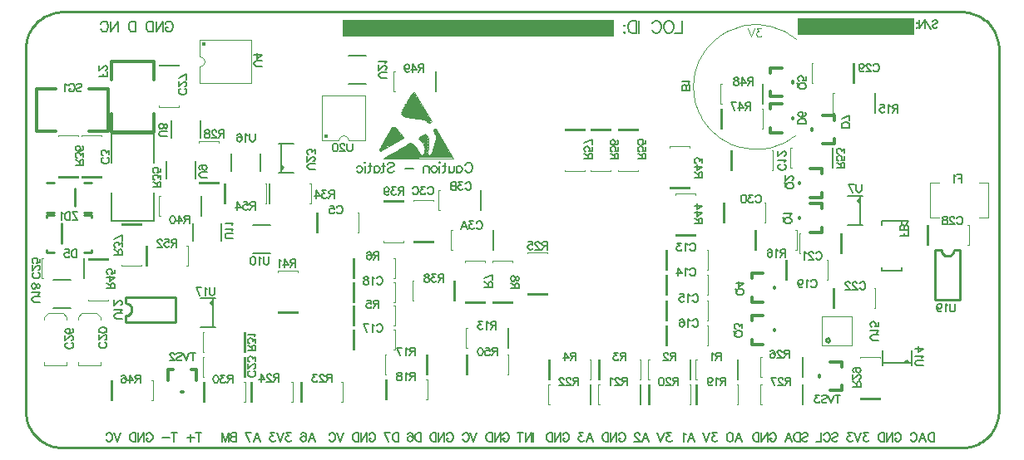
<source format=gbo>
%FSLAX25Y25*%
%MOIN*%
G70*
G01*
G75*
%ADD10C,0.00700*%
%ADD11C,0.06000*%
%ADD12O,0.04000X0.02700*%
%ADD13R,0.07874X0.06299*%
%ADD14R,0.06500X0.05500*%
%ADD15R,0.05000X0.05000*%
%ADD16R,0.05500X0.06500*%
%ADD17R,0.04000X0.02700*%
%ADD18O,0.07000X0.10000*%
%ADD19O,0.07000X0.09000*%
%ADD20O,0.02400X0.08000*%
%ADD21R,0.02400X0.08000*%
%ADD22R,0.03600X0.03600*%
%ADD23R,0.05000X0.03600*%
%ADD24R,0.07000X0.01500*%
%ADD25O,0.07000X0.01500*%
%ADD26O,0.07480X0.01969*%
%ADD27O,0.01969X0.07480*%
%ADD28O,0.01969X0.07000*%
%ADD29R,0.01969X0.07480*%
%ADD30O,0.05118X0.01500*%
%ADD31O,0.05118X0.01500*%
%ADD32R,0.05118X0.01500*%
%ADD33R,0.05000X0.03000*%
%ADD34R,0.05906X0.02756*%
%ADD35R,0.11024X0.05906*%
%ADD36R,0.05906X0.03937*%
%ADD37R,0.05906X0.03937*%
%ADD38C,0.01000*%
%ADD39C,0.02000*%
%ADD40C,0.00600*%
%ADD41O,0.10000X0.12000*%
%ADD42C,0.06300*%
%ADD43C,0.06200*%
%ADD44O,0.06500X0.05500*%
%ADD45O,0.06500X0.05000*%
%ADD46O,0.05500X0.06400*%
%ADD47R,0.05500X0.06400*%
%ADD48R,0.06200X0.07200*%
%ADD49O,0.06200X0.07200*%
%ADD50O,0.06000X0.07000*%
%ADD51R,0.06000X0.07000*%
%ADD52O,0.05500X0.06800*%
%ADD53O,0.06400X0.05000*%
%ADD54O,0.06800X0.05000*%
%ADD55R,0.05500X0.06800*%
%ADD56O,0.06800X0.05500*%
%ADD57R,0.06800X0.05500*%
%ADD58O,0.06400X0.05500*%
%ADD59R,0.06000X0.06000*%
%ADD60O,0.08000X0.06000*%
%ADD61O,0.06000X0.07400*%
%ADD62R,0.06000X0.07400*%
%ADD63C,0.23500*%
%ADD64R,0.10000X0.08000*%
%ADD65O,0.10000X0.08000*%
%ADD66C,0.12000*%
%ADD67C,0.04400*%
%ADD68C,0.03200*%
%ADD69C,0.03000*%
%ADD70O,0.02700X0.04000*%
%ADD71O,0.02400X0.07500*%
%ADD72R,0.05000X0.07000*%
%ADD73O,0.02700X0.03500*%
%ADD74R,0.02700X0.04000*%
%ADD75R,0.03600X0.05000*%
%ADD76O,0.03600X0.02700*%
%ADD77O,0.01500X0.05118*%
%ADD78O,0.01500X0.05118*%
%ADD79R,0.01500X0.05118*%
%ADD80O,0.08000X0.02400*%
%ADD81R,0.08000X0.02400*%
%ADD82O,0.05500X0.01600*%
%ADD83R,0.05500X0.01600*%
%ADD84R,0.06000X0.12500*%
%ADD85R,0.09843X0.09843*%
%ADD86R,0.15000X0.10000*%
%ADD87R,0.12500X0.06000*%
%ADD88R,0.08500X0.10800*%
%ADD89R,0.06000X0.10000*%
%ADD90C,0.00800*%
%ADD91C,0.00500*%
%ADD92C,0.00400*%
%ADD93C,0.02200*%
%ADD94C,0.01200*%
%ADD95C,0.03000*%
%ADD96C,0.05000*%
%ADD97C,0.00394*%
%ADD98R,0.22835X0.81937*%
%ADD99R,0.02953X0.04134*%
%ADD100R,0.02953X0.04134*%
%ADD101R,0.03000X0.02800*%
%ADD102R,0.02800X0.03000*%
%ADD103R,0.70000X0.06700*%
%ADD104R,0.01575X0.01575*%
%ADD105R,0.02500X0.02500*%
%ADD106R,0.30000X0.07000*%
%ADD107R,0.20000X0.07000*%
%ADD108R,0.50000X0.06500*%
%ADD109R,0.05200X0.10400*%
%ADD110R,0.05000X0.10400*%
%ADD111R,0.01575X0.01575*%
%ADD112R,0.46500X0.07000*%
%ADD113R,1.08500X0.07000*%
D38*
X422146Y143260D02*
X421602Y144009D01*
X420721Y143723D01*
Y142797D01*
X421602Y142511D01*
X422146Y143260D01*
X467000Y179500D02*
X467190Y178543D01*
X467732Y177732D01*
X468543Y177190D01*
X469500Y177000D01*
X470457Y177190D01*
X471268Y177732D01*
X471810Y178543D01*
X472000Y179500D01*
X140000Y153000D02*
X140957Y153190D01*
X141768Y153732D01*
X142310Y154543D01*
X142500Y155500D01*
X142310Y156457D01*
X141768Y157268D01*
X140957Y157810D01*
X140000Y158000D01*
X108500Y178500D02*
Y179500D01*
Y178500D02*
X111500D01*
X123500D02*
X126500D01*
Y179500D01*
Y192500D02*
Y193500D01*
X123500D02*
X126500D01*
X108500Y192500D02*
Y193500D01*
X111500D01*
X114500Y182000D02*
Y190000D01*
X119862Y196957D02*
Y204043D01*
X108445Y206405D02*
X111445D01*
X123406D02*
X126406D01*
X123406Y194595D02*
X126406D01*
X108445D02*
X111445D01*
X474500Y159500D02*
Y179500D01*
X464500Y159500D02*
X474500D01*
X464500D02*
Y179500D01*
X467000D01*
X472000D02*
X474500D01*
X140000Y158000D02*
Y160500D01*
Y150500D02*
Y153000D01*
Y150500D02*
X160000D01*
Y160500D01*
X140000D02*
X160000D01*
X475000Y100000D02*
X475981Y100032D01*
X476958Y100128D01*
X477926Y100288D01*
X478882Y100511D01*
X479822Y100796D01*
X480740Y101142D01*
X481634Y101547D01*
X482500Y102010D01*
X483334Y102528D01*
X484131Y103100D01*
X484890Y103722D01*
X485607Y104393D01*
X486278Y105110D01*
X486900Y105869D01*
X487472Y106667D01*
X487990Y107500D01*
X488453Y108366D01*
X488858Y109260D01*
X489204Y110178D01*
X489489Y111118D01*
X489712Y112074D01*
X489872Y113042D01*
X489968Y114019D01*
X490000Y115000D01*
Y260000D02*
X489968Y260981D01*
X489872Y261958D01*
X489712Y262926D01*
X489489Y263882D01*
X489204Y264822D01*
X488858Y265740D01*
X488453Y266634D01*
X487990Y267500D01*
X487472Y268334D01*
X486900Y269131D01*
X486278Y269890D01*
X485607Y270607D01*
X484890Y271278D01*
X484131Y271900D01*
X483334Y272472D01*
X482500Y272990D01*
X481634Y273453D01*
X480740Y273858D01*
X479822Y274204D01*
X478882Y274489D01*
X477926Y274712D01*
X476958Y274872D01*
X475981Y274968D01*
X475000Y275000D01*
X115000D02*
X114019Y274968D01*
X113042Y274872D01*
X112074Y274712D01*
X111118Y274489D01*
X110178Y274204D01*
X109260Y273858D01*
X108366Y273453D01*
X107500Y272990D01*
X106667Y272472D01*
X105869Y271900D01*
X105110Y271278D01*
X104393Y270607D01*
X103722Y269890D01*
X103100Y269131D01*
X102528Y268334D01*
X102010Y267500D01*
X101547Y266634D01*
X101142Y265740D01*
X100796Y264822D01*
X100511Y263882D01*
X100288Y262926D01*
X100128Y261958D01*
X100032Y260981D01*
X100000Y260000D01*
Y115000D02*
X100032Y114019D01*
X100128Y113042D01*
X100288Y112074D01*
X100511Y111118D01*
X100796Y110178D01*
X101142Y109260D01*
X101547Y108366D01*
X102010Y107500D01*
X102528Y106667D01*
X103100Y105869D01*
X103722Y105110D01*
X104393Y104393D01*
X105110Y103722D01*
X105869Y103100D01*
X106667Y102528D01*
X107500Y102010D01*
X108366Y101547D01*
X109260Y101142D01*
X110178Y100796D01*
X111118Y100511D01*
X112074Y100288D01*
X113042Y100128D01*
X114019Y100032D01*
X115000Y100000D01*
Y275000D02*
X475000D01*
X100000Y115000D02*
Y260000D01*
X115000Y100000D02*
X475000D01*
X489900Y114300D02*
X490000Y260000D01*
D90*
X455000Y133000D02*
Y139000D01*
X443500Y133000D02*
Y139000D01*
Y134000D02*
X455000D01*
X453000Y135000D02*
X454000Y134000D01*
X452000D02*
X453000Y135000D01*
X202500Y213500D02*
X203500Y212500D01*
X202500Y211500D02*
X203500Y212500D01*
X202500Y210500D02*
Y222000D01*
X201500D02*
X207500D01*
X201500Y210500D02*
X207500D01*
X170000Y160000D02*
X176000D01*
X170000Y148500D02*
X176000D01*
X175000D02*
Y160000D01*
X174000Y158000D02*
X175000Y159000D01*
X174000Y158000D02*
X175000Y157000D01*
X194000Y211000D02*
Y218000D01*
X182500Y211000D02*
Y218000D01*
X429500Y201000D02*
X435500D01*
X429500Y189500D02*
X435500D01*
X434500D02*
Y201000D01*
X433500Y199000D02*
X434500Y200000D01*
X433500Y199000D02*
X434500Y198000D01*
X167000Y183000D02*
Y190000D01*
X178500Y183000D02*
Y190000D01*
X156500Y208000D02*
Y215000D01*
X168000Y208000D02*
Y215000D01*
X170000Y224500D02*
Y231500D01*
X158500Y224500D02*
Y231500D01*
X191000Y178000D02*
X198000D01*
X191000Y189500D02*
X198000D01*
X111000Y156000D02*
X118000D01*
X111000Y167500D02*
X118000D01*
X229500Y257500D02*
X236500D01*
X229500Y246000D02*
X236500D01*
D91*
X134500Y191000D02*
X151500D01*
X134500Y226000D02*
X151500D01*
Y191000D02*
Y202500D01*
X134500Y191000D02*
Y202500D01*
X151500Y214500D02*
Y226000D01*
X134500Y214500D02*
Y226000D01*
X249000Y219100D02*
X252100Y220800D01*
X244000Y216400D02*
X257300D01*
X244600Y216600D02*
X270900D01*
X245000Y217000D02*
X270700D01*
X245700Y217300D02*
X258400D01*
X246300Y217700D02*
X258100D01*
X246900Y218100D02*
X257800D01*
X247600Y218500D02*
X257400D01*
X248400Y218900D02*
X257100D01*
X249300Y219300D02*
X256900D01*
X249900Y219700D02*
X256700D01*
X250500Y220100D02*
X256600D01*
X251300Y220400D02*
X256200D01*
X252100Y220800D02*
X256000D01*
X252500Y221200D02*
X255600D01*
X253200Y221600D02*
X255200D01*
X253800Y222000D02*
X254700D01*
X245900Y221700D02*
X250800Y224400D01*
X242100Y219700D02*
X242700D01*
X242100Y220100D02*
X243400D01*
X242400Y220500D02*
X244100D01*
X242800Y221300D02*
X245700D01*
X242600Y220900D02*
X244800D01*
X242900Y221700D02*
X246000D01*
X243300Y222100D02*
X247000D01*
X243500Y222500D02*
X247600D01*
X243700Y222900D02*
X248200D01*
X244000Y223300D02*
X248900D01*
X244200Y223700D02*
X249700D01*
X244400Y224100D02*
X250400D01*
X244500Y224500D02*
X251200D01*
X244800Y224800D02*
X250900D01*
X245000Y225100D02*
X250600D01*
X245300Y225500D02*
X250300D01*
X245400Y225900D02*
X250000D01*
X245700Y226300D02*
X249600D01*
X245900Y226700D02*
X249300D01*
X246100Y227100D02*
X248900D01*
X246400Y227600D02*
X248600D01*
X246600Y228000D02*
X248200D01*
X246900Y228400D02*
X247900D01*
X261900Y217300D02*
X270400D01*
X262700Y217700D02*
X270200D01*
X262800Y218100D02*
X269900D01*
X263000Y218500D02*
X269600D01*
X263100Y218900D02*
X269500D01*
X263300Y219300D02*
X269200D01*
X263400Y219700D02*
X268900D01*
X263500Y220200D02*
X268700D01*
X263700Y220600D02*
X268500D01*
X263800Y221000D02*
X268200D01*
X263900Y221400D02*
X268000D01*
X264100Y221800D02*
X267900D01*
X264200Y222200D02*
X267600D01*
X264300Y222600D02*
X267400D01*
X264400Y223000D02*
X267200D01*
X264500Y223400D02*
X266900D01*
X264600Y223800D02*
X266600D01*
X264700Y224300D02*
X266500D01*
X264700Y224700D02*
X266200D01*
X264600Y225100D02*
X266000D01*
X264400Y225600D02*
X265700D01*
X264200Y226100D02*
X265400D01*
X264000Y226500D02*
X265200D01*
X263800Y227000D02*
X265000D01*
X263700Y227400D02*
X264700D01*
X263600Y227800D02*
X264600D01*
X259100Y217300D02*
X261700D01*
X259500Y217600D02*
X261300D01*
X259800Y218000D02*
X260900D01*
X260000Y218500D02*
X260800D01*
X260000Y219000D02*
X260800D01*
X260100Y219500D02*
X260900D01*
X259900Y219900D02*
X261000D01*
X260000Y220400D02*
X261100D01*
X259900Y220900D02*
X261100D01*
X259800Y221400D02*
X261100D01*
X259700Y221800D02*
X261100D01*
X259600Y222200D02*
X261100D01*
X259200Y222600D02*
X261100D01*
X258700Y223100D02*
X261100D01*
X258000Y223600D02*
X261200D01*
X257600Y224100D02*
X261200D01*
X257900Y224600D02*
X261100D01*
X258700Y225000D02*
X260800D01*
X259500Y225500D02*
X260500D01*
X261100Y230900D02*
X262100D01*
X260700Y231300D02*
X262300D01*
X260100Y231700D02*
X262100D01*
X257400Y232100D02*
X261900D01*
X254300Y232500D02*
X261600D01*
X252300Y232900D02*
X261400D01*
X251700Y233200D02*
X261100D01*
X251100Y233700D02*
X260800D01*
X250800Y234200D02*
X260600D01*
X250800Y234700D02*
X260200D01*
X251000Y235200D02*
X260000D01*
X251100Y235700D02*
X259700D01*
X251400Y236200D02*
X259400D01*
X251700Y236700D02*
X259100D01*
X252000Y237200D02*
X258800D01*
X252200Y237700D02*
X258500D01*
X252600Y238200D02*
X258200D01*
X253000Y238700D02*
X257900D01*
X253200Y239200D02*
X257600D01*
X253500Y239600D02*
X257300D01*
X253800Y240100D02*
X257100D01*
X254000Y240500D02*
X256900D01*
X254200Y240900D02*
X256500D01*
X254500Y241400D02*
X256300D01*
X254800Y241800D02*
X256000D01*
X255100Y242200D02*
X255800D01*
X443000Y189500D02*
Y191000D01*
X451000Y189500D02*
Y191000D01*
X443000Y171000D02*
Y172500D01*
X451000Y171000D02*
Y172500D01*
X447000Y171000D02*
X451000D01*
X443000Y191000D02*
X451000D01*
X443000Y171000D02*
X447000D01*
X475000Y209699D02*
Y206500D01*
Y209699D02*
X473020D01*
X475000Y208176D02*
X473781D01*
X472654Y209090D02*
X472349Y209242D01*
X471892Y209699D01*
Y206500D01*
X120500Y179599D02*
Y176400D01*
Y179599D02*
X119434D01*
X118976Y179447D01*
X118672Y179142D01*
X118519Y178838D01*
X118367Y178381D01*
Y177619D01*
X118519Y177162D01*
X118672Y176857D01*
X118976Y176552D01*
X119434Y176400D01*
X120500D01*
X115823Y179599D02*
X117346D01*
X117499Y178228D01*
X117346Y178381D01*
X116889Y178533D01*
X116432D01*
X115975Y178381D01*
X115671Y178076D01*
X115518Y177619D01*
Y177314D01*
X115671Y176857D01*
X115975Y176552D01*
X116432Y176400D01*
X116889D01*
X117346Y176552D01*
X117499Y176705D01*
X117651Y177009D01*
X459699Y133000D02*
X457414D01*
X456957Y133152D01*
X456652Y133457D01*
X456500Y133914D01*
Y134219D01*
X456652Y134676D01*
X456957Y134980D01*
X457414Y135133D01*
X459699D01*
X459090Y136016D02*
X459242Y136321D01*
X459699Y136778D01*
X456500D01*
X459699Y139886D02*
X457566Y138363D01*
Y140648D01*
X459699Y139886D02*
X456500D01*
X453699Y185000D02*
X450500D01*
X453699D02*
Y186980D01*
X452176Y185000D02*
Y186219D01*
X453699Y187346D02*
X450500D01*
X453699D02*
Y188717D01*
X453547Y189174D01*
X453395Y189327D01*
X453090Y189479D01*
X452785D01*
X452481Y189327D01*
X452328Y189174D01*
X452176Y188717D01*
Y187346D02*
Y188717D01*
X452024Y189174D01*
X451871Y189327D01*
X451566Y189479D01*
X451109D01*
X450805Y189327D01*
X450652Y189174D01*
X450500Y188717D01*
Y187346D01*
X453090Y190195D02*
X453242Y190500D01*
X453699Y190957D01*
X450500D01*
X215982Y211900D02*
X213697D01*
X213240Y212052D01*
X212935Y212357D01*
X212783Y212814D01*
Y213119D01*
X212935Y213576D01*
X213240Y213880D01*
X213697Y214033D01*
X215982D01*
X215220Y215069D02*
X215372D01*
X215677Y215221D01*
X215829Y215373D01*
X215982Y215678D01*
Y216288D01*
X215829Y216592D01*
X215677Y216745D01*
X215372Y216897D01*
X215068D01*
X214763Y216745D01*
X214306Y216440D01*
X212783Y214916D01*
Y217049D01*
X215982Y218070D02*
Y219746D01*
X214763Y218832D01*
Y219289D01*
X214611Y219594D01*
X214458Y219746D01*
X214001Y219898D01*
X213697D01*
X213240Y219746D01*
X212935Y219441D01*
X212783Y218984D01*
Y218527D01*
X212935Y218070D01*
X213087Y217918D01*
X213392Y217765D01*
X175800Y164349D02*
Y162064D01*
X175648Y161607D01*
X175343Y161302D01*
X174886Y161150D01*
X174581D01*
X174124Y161302D01*
X173819Y161607D01*
X173667Y162064D01*
Y164349D01*
X172784Y163740D02*
X172479Y163892D01*
X172022Y164349D01*
Y161150D01*
X168305Y164349D02*
X169828Y161150D01*
X170437Y164349D02*
X168305D01*
X183199Y184000D02*
X180914D01*
X180457Y184152D01*
X180152Y184457D01*
X180000Y184914D01*
Y185219D01*
X180152Y185676D01*
X180457Y185980D01*
X180914Y186133D01*
X183199D01*
X182590Y187016D02*
X182742Y187321D01*
X183199Y187778D01*
X180000D01*
X182590Y189363D02*
X182742Y189667D01*
X183199Y190124D01*
X180000D01*
X156699Y225000D02*
X154414D01*
X153957Y225152D01*
X153652Y225457D01*
X153500Y225914D01*
Y226219D01*
X153652Y226676D01*
X153957Y226980D01*
X154414Y227133D01*
X156699D01*
Y228778D02*
X156547Y228321D01*
X156242Y228169D01*
X155938D01*
X155633Y228321D01*
X155481Y228626D01*
X155328Y229235D01*
X155176Y229692D01*
X154871Y229997D01*
X154566Y230149D01*
X154109D01*
X153805Y229997D01*
X153652Y229845D01*
X153500Y229388D01*
Y228778D01*
X153652Y228321D01*
X153805Y228169D01*
X154109Y228016D01*
X154566D01*
X154871Y228169D01*
X155176Y228473D01*
X155328Y228931D01*
X155481Y229540D01*
X155633Y229845D01*
X155938Y229997D01*
X156242D01*
X156547Y229845D01*
X156699Y229388D01*
Y228778D01*
X244699Y248500D02*
X242414D01*
X241957Y248652D01*
X241652Y248957D01*
X241500Y249414D01*
Y249719D01*
X241652Y250176D01*
X241957Y250481D01*
X242414Y250633D01*
X244699D01*
X243938Y251669D02*
X244090D01*
X244395Y251821D01*
X244547Y251974D01*
X244699Y252278D01*
Y252888D01*
X244547Y253192D01*
X244395Y253345D01*
X244090Y253497D01*
X243785D01*
X243480Y253345D01*
X243023Y253040D01*
X241500Y251517D01*
Y253649D01*
X244090Y254365D02*
X244242Y254670D01*
X244699Y255127D01*
X241500D01*
X192000Y226049D02*
Y223764D01*
X191848Y223307D01*
X191543Y223002D01*
X191086Y222850D01*
X190781D01*
X190324Y223002D01*
X190020Y223307D01*
X189867Y223764D01*
Y226049D01*
X188984Y225440D02*
X188679Y225592D01*
X188222Y226049D01*
Y222850D01*
X184809Y225592D02*
X184961Y225897D01*
X185419Y226049D01*
X185723D01*
X186180Y225897D01*
X186485Y225440D01*
X186637Y224678D01*
Y223916D01*
X186485Y223307D01*
X186180Y223002D01*
X185723Y222850D01*
X185571D01*
X185114Y223002D01*
X184809Y223307D01*
X184657Y223764D01*
Y223916D01*
X184809Y224374D01*
X185114Y224678D01*
X185571Y224831D01*
X185723D01*
X186180Y224678D01*
X186485Y224374D01*
X186637Y223916D01*
X197500Y176699D02*
Y174414D01*
X197348Y173957D01*
X197043Y173652D01*
X196586Y173500D01*
X196281D01*
X195824Y173652D01*
X195519Y173957D01*
X195367Y174414D01*
Y176699D01*
X194483Y176090D02*
X194179Y176242D01*
X193722Y176699D01*
Y173500D01*
X191223Y176699D02*
X191680Y176547D01*
X191985Y176090D01*
X192137Y175328D01*
Y174871D01*
X191985Y174109D01*
X191680Y173652D01*
X191223Y173500D01*
X190919D01*
X190462Y173652D01*
X190157Y174109D01*
X190005Y174871D01*
Y175328D01*
X190157Y176090D01*
X190462Y176547D01*
X190919Y176699D01*
X191223D01*
X172699Y208500D02*
X170414D01*
X169957Y208652D01*
X169652Y208957D01*
X169500Y209414D01*
Y209719D01*
X169652Y210176D01*
X169957Y210480D01*
X170414Y210633D01*
X172699D01*
X171633Y213497D02*
X171176Y213345D01*
X170871Y213040D01*
X170719Y212583D01*
Y212431D01*
X170871Y211974D01*
X171176Y211669D01*
X171633Y211516D01*
X171785D01*
X172242Y211669D01*
X172547Y211974D01*
X172699Y212431D01*
Y212583D01*
X172547Y213040D01*
X172242Y213345D01*
X171633Y213497D01*
X170871D01*
X170109Y213345D01*
X169652Y213040D01*
X169500Y212583D01*
Y212278D01*
X169652Y211821D01*
X169957Y211669D01*
X118567Y194599D02*
X120700Y191400D01*
Y194599D02*
X118567D01*
X120700Y191400D02*
X118567D01*
X117851Y194599D02*
Y191400D01*
Y194599D02*
X116785D01*
X116328Y194447D01*
X116023Y194142D01*
X115871Y193838D01*
X115718Y193380D01*
Y192619D01*
X115871Y192162D01*
X116023Y191857D01*
X116328Y191552D01*
X116785Y191400D01*
X117851D01*
X115002Y193990D02*
X114698Y194142D01*
X114240Y194599D01*
Y191400D01*
X201500Y129699D02*
Y126500D01*
Y129699D02*
X200129D01*
X199672Y129547D01*
X199520Y129395D01*
X199367Y129090D01*
Y128785D01*
X199520Y128481D01*
X199672Y128328D01*
X200129Y128176D01*
X201500D01*
X200434D02*
X199367Y126500D01*
X198499Y128938D02*
Y129090D01*
X198346Y129395D01*
X198194Y129547D01*
X197889Y129699D01*
X197280D01*
X196975Y129547D01*
X196823Y129395D01*
X196671Y129090D01*
Y128785D01*
X196823Y128481D01*
X197128Y128024D01*
X198651Y126500D01*
X196518D01*
X194279Y129699D02*
X195802Y127566D01*
X193517D01*
X194279Y129699D02*
Y126500D01*
X222600Y129549D02*
Y126350D01*
Y129549D02*
X221229D01*
X220772Y129397D01*
X220620Y129245D01*
X220467Y128940D01*
Y128635D01*
X220620Y128331D01*
X220772Y128178D01*
X221229Y128026D01*
X222600D01*
X221534D02*
X220467Y126350D01*
X219599Y128788D02*
Y128940D01*
X219446Y129245D01*
X219294Y129397D01*
X218989Y129549D01*
X218380D01*
X218075Y129397D01*
X217923Y129245D01*
X217771Y128940D01*
Y128635D01*
X217923Y128331D01*
X218228Y127874D01*
X219751Y126350D01*
X217618D01*
X216598Y129549D02*
X214922D01*
X215836Y128331D01*
X215379D01*
X215074Y128178D01*
X214922Y128026D01*
X214769Y127569D01*
Y127264D01*
X214922Y126807D01*
X215226Y126502D01*
X215683Y126350D01*
X216140D01*
X216598Y126502D01*
X216750Y126655D01*
X216902Y126959D01*
X321500Y128199D02*
Y125000D01*
Y128199D02*
X320129D01*
X319672Y128047D01*
X319519Y127895D01*
X319367Y127590D01*
Y127285D01*
X319519Y126980D01*
X319672Y126828D01*
X320129Y126676D01*
X321500D01*
X320434D02*
X319367Y125000D01*
X318499Y127438D02*
Y127590D01*
X318346Y127895D01*
X318194Y128047D01*
X317889Y128199D01*
X317280D01*
X316975Y128047D01*
X316823Y127895D01*
X316671Y127590D01*
Y127285D01*
X316823Y126980D01*
X317128Y126523D01*
X318651Y125000D01*
X316518D01*
X315650Y127438D02*
Y127590D01*
X315497Y127895D01*
X315345Y128047D01*
X315040Y128199D01*
X314431D01*
X314126Y128047D01*
X313974Y127895D01*
X313822Y127590D01*
Y127285D01*
X313974Y126980D01*
X314279Y126523D01*
X315802Y125000D01*
X313669D01*
X341000Y128199D02*
Y125000D01*
Y128199D02*
X339629D01*
X339172Y128047D01*
X339019Y127895D01*
X338867Y127590D01*
Y127285D01*
X339019Y126980D01*
X339172Y126828D01*
X339629Y126676D01*
X341000D01*
X339934D02*
X338867Y125000D01*
X337999Y127438D02*
Y127590D01*
X337846Y127895D01*
X337694Y128047D01*
X337389Y128199D01*
X336780D01*
X336475Y128047D01*
X336323Y127895D01*
X336171Y127590D01*
Y127285D01*
X336323Y126980D01*
X336628Y126523D01*
X338151Y125000D01*
X336018D01*
X335302Y127590D02*
X334998Y127742D01*
X334540Y128199D01*
Y125000D01*
X361500Y128199D02*
Y125000D01*
Y128199D02*
X360129D01*
X359672Y128047D01*
X359520Y127895D01*
X359367Y127590D01*
Y127285D01*
X359520Y126980D01*
X359672Y126828D01*
X360129Y126676D01*
X361500D01*
X360434D02*
X359367Y125000D01*
X358499Y127438D02*
Y127590D01*
X358346Y127895D01*
X358194Y128047D01*
X357889Y128199D01*
X357280D01*
X356975Y128047D01*
X356823Y127895D01*
X356671Y127590D01*
Y127285D01*
X356823Y126980D01*
X357128Y126523D01*
X358651Y125000D01*
X356518D01*
X354888Y128199D02*
X355345Y128047D01*
X355650Y127590D01*
X355802Y126828D01*
Y126371D01*
X355650Y125609D01*
X355345Y125152D01*
X354888Y125000D01*
X354583D01*
X354126Y125152D01*
X353822Y125609D01*
X353669Y126371D01*
Y126828D01*
X353822Y127590D01*
X354126Y128047D01*
X354583Y128199D01*
X354888D01*
X380500D02*
Y125000D01*
Y128199D02*
X379129D01*
X378672Y128047D01*
X378520Y127895D01*
X378367Y127590D01*
Y127285D01*
X378520Y126980D01*
X378672Y126828D01*
X379129Y126676D01*
X380500D01*
X379434D02*
X378367Y125000D01*
X377651Y127590D02*
X377346Y127742D01*
X376889Y128199D01*
Y125000D01*
X373324Y127133D02*
X373477Y126676D01*
X373781Y126371D01*
X374238Y126219D01*
X374391D01*
X374848Y126371D01*
X375153Y126676D01*
X375305Y127133D01*
Y127285D01*
X375153Y127742D01*
X374848Y128047D01*
X374391Y128199D01*
X374238D01*
X373781Y128047D01*
X373477Y127742D01*
X373324Y127133D01*
Y126371D01*
X373477Y125609D01*
X373781Y125152D01*
X374238Y125000D01*
X374543D01*
X375000Y125152D01*
X375153Y125457D01*
X241500Y178699D02*
Y175500D01*
Y178699D02*
X240129D01*
X239672Y178547D01*
X239520Y178395D01*
X239367Y178090D01*
Y177785D01*
X239520Y177480D01*
X239672Y177328D01*
X240129Y177176D01*
X241500D01*
X240434D02*
X239367Y175500D01*
X236823Y178242D02*
X236975Y178547D01*
X237432Y178699D01*
X237737D01*
X238194Y178547D01*
X238499Y178090D01*
X238651Y177328D01*
Y176566D01*
X238499Y175957D01*
X238194Y175652D01*
X237737Y175500D01*
X237585D01*
X237128Y175652D01*
X236823Y175957D01*
X236671Y176414D01*
Y176566D01*
X236823Y177023D01*
X237128Y177328D01*
X237585Y177480D01*
X237737D01*
X238194Y177328D01*
X238499Y177023D01*
X238651Y176566D01*
X241500Y159199D02*
Y156000D01*
Y159199D02*
X240129D01*
X239672Y159047D01*
X239520Y158895D01*
X239367Y158590D01*
Y158285D01*
X239520Y157981D01*
X239672Y157828D01*
X240129Y157676D01*
X241500D01*
X240434D02*
X239367Y156000D01*
X236823Y159199D02*
X238346D01*
X238499Y157828D01*
X238346Y157981D01*
X237889Y158133D01*
X237432D01*
X236975Y157981D01*
X236671Y157676D01*
X236518Y157219D01*
Y156914D01*
X236671Y156457D01*
X236975Y156152D01*
X237432Y156000D01*
X237889D01*
X238346Y156152D01*
X238499Y156305D01*
X238651Y156609D01*
X320500Y138199D02*
Y135000D01*
Y138199D02*
X319129D01*
X318672Y138047D01*
X318519Y137895D01*
X318367Y137590D01*
Y137285D01*
X318519Y136980D01*
X318672Y136828D01*
X319129Y136676D01*
X320500D01*
X319434D02*
X318367Y135000D01*
X316128Y138199D02*
X317651Y136066D01*
X315366D01*
X316128Y138199D02*
Y135000D01*
X340500Y138199D02*
Y135000D01*
Y138199D02*
X339129D01*
X338672Y138047D01*
X338520Y137895D01*
X338367Y137590D01*
Y137285D01*
X338520Y136980D01*
X338672Y136828D01*
X339129Y136676D01*
X340500D01*
X339434D02*
X338367Y135000D01*
X337346Y138199D02*
X335671D01*
X336585Y136980D01*
X336128D01*
X335823Y136828D01*
X335671Y136676D01*
X335518Y136219D01*
Y135914D01*
X335671Y135457D01*
X335975Y135152D01*
X336432Y135000D01*
X336889D01*
X337346Y135152D01*
X337499Y135305D01*
X337651Y135609D01*
X360500Y138199D02*
Y135000D01*
Y138199D02*
X359129D01*
X358672Y138047D01*
X358520Y137895D01*
X358367Y137590D01*
Y137285D01*
X358520Y136980D01*
X358672Y136828D01*
X359129Y136676D01*
X360500D01*
X359434D02*
X358367Y135000D01*
X357499Y137438D02*
Y137590D01*
X357346Y137895D01*
X357194Y138047D01*
X356889Y138199D01*
X356280D01*
X355975Y138047D01*
X355823Y137895D01*
X355671Y137590D01*
Y137285D01*
X355823Y136980D01*
X356128Y136523D01*
X357651Y135000D01*
X355518D01*
X378562Y138138D02*
Y134938D01*
Y138138D02*
X377190D01*
X376733Y137985D01*
X376581Y137833D01*
X376429Y137528D01*
Y137224D01*
X376581Y136919D01*
X376733Y136767D01*
X377190Y136614D01*
X378562D01*
X377495D02*
X376429Y134938D01*
X375713Y137528D02*
X375408Y137681D01*
X374951Y138138D01*
Y134938D01*
X132699Y249000D02*
X129500D01*
X132699D02*
Y250980D01*
X131176Y249000D02*
Y250219D01*
X131938Y251499D02*
X132090D01*
X132395Y251651D01*
X132547Y251803D01*
X132699Y252108D01*
Y252717D01*
X132547Y253022D01*
X132395Y253174D01*
X132090Y253327D01*
X131785D01*
X131481Y253174D01*
X131024Y252870D01*
X129500Y251346D01*
Y253479D01*
X425434Y121199D02*
Y118000D01*
X426500Y121199D02*
X424367D01*
X423986D02*
X422767Y118000D01*
X421549Y121199D02*
X422767Y118000D01*
X419004Y120742D02*
X419309Y121047D01*
X419766Y121199D01*
X420376D01*
X420833Y121047D01*
X421137Y120742D01*
Y120438D01*
X420985Y120133D01*
X420833Y119981D01*
X420528Y119828D01*
X419614Y119524D01*
X419309Y119371D01*
X419157Y119219D01*
X419004Y118914D01*
Y118457D01*
X419309Y118152D01*
X419766Y118000D01*
X420376D01*
X420833Y118152D01*
X421137Y118457D01*
X417984Y121199D02*
X416308D01*
X417222Y119981D01*
X416765D01*
X416460Y119828D01*
X416308Y119676D01*
X416156Y119219D01*
Y118914D01*
X416308Y118457D01*
X416613Y118152D01*
X417070Y118000D01*
X417527D01*
X417984Y118152D01*
X418136Y118305D01*
X418288Y118609D01*
X166934Y138199D02*
Y135000D01*
X168000Y138199D02*
X165867D01*
X165486D02*
X164268Y135000D01*
X163049Y138199D02*
X164268Y135000D01*
X160504Y137742D02*
X160809Y138047D01*
X161266Y138199D01*
X161876D01*
X162333Y138047D01*
X162637Y137742D01*
Y137438D01*
X162485Y137133D01*
X162333Y136980D01*
X162028Y136828D01*
X161114Y136523D01*
X160809Y136371D01*
X160657Y136219D01*
X160504Y135914D01*
Y135457D01*
X160809Y135152D01*
X161266Y135000D01*
X161876D01*
X162333Y135152D01*
X162637Y135457D01*
X159636Y137438D02*
Y137590D01*
X159484Y137895D01*
X159331Y138047D01*
X159027Y138199D01*
X158417D01*
X158113Y138047D01*
X157960Y137895D01*
X157808Y137590D01*
Y137285D01*
X157960Y136980D01*
X158265Y136523D01*
X159788Y135000D01*
X157656D01*
X472500Y157799D02*
Y155514D01*
X472348Y155057D01*
X472043Y154752D01*
X471586Y154600D01*
X471281D01*
X470824Y154752D01*
X470519Y155057D01*
X470367Y155514D01*
Y157799D01*
X469484Y157190D02*
X469179Y157342D01*
X468722Y157799D01*
Y154600D01*
X465157Y156733D02*
X465309Y156276D01*
X465614Y155971D01*
X466071Y155819D01*
X466223D01*
X466680Y155971D01*
X466985Y156276D01*
X467137Y156733D01*
Y156885D01*
X466985Y157342D01*
X466680Y157647D01*
X466223Y157799D01*
X466071D01*
X465614Y157647D01*
X465309Y157342D01*
X465157Y156733D01*
Y155971D01*
X465309Y155209D01*
X465614Y154752D01*
X466071Y154600D01*
X466376D01*
X466833Y154752D01*
X466985Y155057D01*
X435000Y205699D02*
Y203414D01*
X434848Y202957D01*
X434543Y202652D01*
X434086Y202500D01*
X433781D01*
X433324Y202652D01*
X433019Y202957D01*
X432867Y203414D01*
Y205699D01*
X429851D02*
X431374Y202500D01*
X431984Y205699D02*
X429851D01*
X441699Y143160D02*
X439414D01*
X438957Y143312D01*
X438652Y143617D01*
X438500Y144074D01*
Y144379D01*
X438652Y144836D01*
X438957Y145141D01*
X439414Y145293D01*
X441699D01*
X441090Y146177D02*
X441242Y146481D01*
X441699Y146938D01*
X438500D01*
X441699Y150351D02*
Y148827D01*
X440328Y148675D01*
X440481Y148827D01*
X440633Y149284D01*
Y149741D01*
X440481Y150198D01*
X440176Y150503D01*
X439719Y150655D01*
X439414D01*
X438957Y150503D01*
X438652Y150198D01*
X438500Y149741D01*
Y149284D01*
X438652Y148827D01*
X438805Y148675D01*
X439109Y148523D01*
X138699Y151800D02*
X136414D01*
X135957Y151952D01*
X135652Y152257D01*
X135500Y152714D01*
Y153019D01*
X135652Y153476D01*
X135957Y153780D01*
X136414Y153933D01*
X138699D01*
X138090Y154816D02*
X138242Y155121D01*
X138699Y155578D01*
X135500D01*
X137938Y157315D02*
X138090D01*
X138395Y157467D01*
X138547Y157620D01*
X138699Y157924D01*
Y158534D01*
X138547Y158838D01*
X138395Y158991D01*
X138090Y159143D01*
X137785D01*
X137480Y158991D01*
X137023Y158686D01*
X135500Y157163D01*
Y159295D01*
X105699Y158500D02*
X103414D01*
X102957Y158652D01*
X102652Y158957D01*
X102500Y159414D01*
Y159719D01*
X102652Y160176D01*
X102957Y160480D01*
X103414Y160633D01*
X105699D01*
X105090Y161516D02*
X105242Y161821D01*
X105699Y162278D01*
X102500D01*
X105699Y164624D02*
X105547Y164167D01*
X105242Y164015D01*
X104938D01*
X104633Y164167D01*
X104481Y164472D01*
X104328Y165081D01*
X104176Y165539D01*
X103871Y165843D01*
X103566Y165996D01*
X103109D01*
X102805Y165843D01*
X102652Y165691D01*
X102500Y165234D01*
Y164624D01*
X102652Y164167D01*
X102805Y164015D01*
X103109Y163863D01*
X103566D01*
X103871Y164015D01*
X104176Y164320D01*
X104328Y164777D01*
X104481Y165386D01*
X104633Y165691D01*
X104938Y165843D01*
X105242D01*
X105547Y165691D01*
X105699Y165234D01*
Y164624D01*
X412699Y244914D02*
X412547Y244609D01*
X412242Y244305D01*
X411938Y244152D01*
X411481Y244000D01*
X410719D01*
X410262Y244152D01*
X409957Y244305D01*
X409652Y244609D01*
X409500Y244914D01*
Y245524D01*
X409652Y245828D01*
X409957Y246133D01*
X410262Y246285D01*
X410719Y246438D01*
X411481D01*
X411938Y246285D01*
X412242Y246133D01*
X412547Y245828D01*
X412699Y245524D01*
Y244914D01*
X410109Y245371D02*
X409195Y246285D01*
X412699Y249012D02*
Y247489D01*
X411328Y247336D01*
X411481Y247489D01*
X411633Y247946D01*
Y248403D01*
X411481Y248860D01*
X411176Y249165D01*
X410719Y249317D01*
X410414D01*
X409957Y249165D01*
X409652Y248860D01*
X409500Y248403D01*
Y247946D01*
X409652Y247489D01*
X409805Y247336D01*
X410109Y247184D01*
X407699Y204914D02*
X407547Y204609D01*
X407242Y204305D01*
X406938Y204152D01*
X406481Y204000D01*
X405719D01*
X405262Y204152D01*
X404957Y204305D01*
X404652Y204609D01*
X404500Y204914D01*
Y205523D01*
X404652Y205828D01*
X404957Y206133D01*
X405262Y206285D01*
X405719Y206438D01*
X406481D01*
X406938Y206285D01*
X407242Y206133D01*
X407547Y205828D01*
X407699Y205523D01*
Y204914D01*
X405109Y205371D02*
X404195Y206285D01*
X406938Y207336D02*
X407090D01*
X407395Y207489D01*
X407547Y207641D01*
X407699Y207946D01*
Y208555D01*
X407547Y208860D01*
X407395Y209012D01*
X407090Y209165D01*
X406785D01*
X406481Y209012D01*
X406024Y208708D01*
X404500Y207184D01*
Y209317D01*
X406999Y190914D02*
X406847Y190609D01*
X406542Y190305D01*
X406238Y190152D01*
X405781Y190000D01*
X405019D01*
X404562Y190152D01*
X404257Y190305D01*
X403952Y190609D01*
X403800Y190914D01*
Y191524D01*
X403952Y191828D01*
X404257Y192133D01*
X404562Y192285D01*
X405019Y192438D01*
X405781D01*
X406238Y192285D01*
X406542Y192133D01*
X406847Y191828D01*
X406999Y191524D01*
Y190914D01*
X404409Y191371D02*
X403495Y192285D01*
X406390Y193184D02*
X406542Y193489D01*
X406999Y193946D01*
X403800D01*
X194699Y253200D02*
X192414D01*
X191957Y253352D01*
X191652Y253657D01*
X191500Y254114D01*
Y254419D01*
X191652Y254876D01*
X191957Y255181D01*
X192414Y255333D01*
X194699D01*
Y257740D02*
X192566Y256217D01*
Y258502D01*
X194699Y257740D02*
X191500D01*
X387799Y162268D02*
X387647Y161964D01*
X387342Y161659D01*
X387038Y161507D01*
X386580Y161354D01*
X385819D01*
X385362Y161507D01*
X385057Y161659D01*
X384752Y161964D01*
X384600Y162268D01*
Y162878D01*
X384752Y163183D01*
X385057Y163487D01*
X385362Y163640D01*
X385819Y163792D01*
X386580D01*
X387038Y163640D01*
X387342Y163487D01*
X387647Y163183D01*
X387799Y162878D01*
Y162268D01*
X385209Y162725D02*
X384295Y163640D01*
X387799Y166062D02*
X385666Y164539D01*
Y166824D01*
X387799Y166062D02*
X384600D01*
X387199Y145414D02*
X387047Y145109D01*
X386742Y144805D01*
X386438Y144652D01*
X385981Y144500D01*
X385219D01*
X384762Y144652D01*
X384457Y144805D01*
X384152Y145109D01*
X384000Y145414D01*
Y146023D01*
X384152Y146328D01*
X384457Y146633D01*
X384762Y146785D01*
X385219Y146938D01*
X385981D01*
X386438Y146785D01*
X386742Y146633D01*
X387047Y146328D01*
X387199Y146023D01*
Y145414D01*
X384609Y145871D02*
X383695Y146785D01*
X387199Y147989D02*
Y149665D01*
X385981Y148750D01*
Y149208D01*
X385828Y149512D01*
X385676Y149665D01*
X385219Y149817D01*
X384914D01*
X384457Y149665D01*
X384152Y149360D01*
X384000Y148903D01*
Y148446D01*
X384152Y147989D01*
X384305Y147836D01*
X384609Y147684D01*
X366199Y243500D02*
X363000D01*
X366199D02*
Y244871D01*
X366047Y245328D01*
X365895Y245480D01*
X365590Y245633D01*
X365285D01*
X364981Y245480D01*
X364828Y245328D01*
X364676Y244871D01*
Y243500D02*
Y244871D01*
X364524Y245328D01*
X364371Y245480D01*
X364066Y245633D01*
X363609D01*
X363305Y245480D01*
X363152Y245328D01*
X363000Y244871D01*
Y243500D01*
X365590Y246349D02*
X365742Y246654D01*
X366199Y247111D01*
X363000D01*
X430199Y228500D02*
X427000D01*
X430199D02*
Y229566D01*
X430047Y230024D01*
X429742Y230328D01*
X429438Y230481D01*
X428980Y230633D01*
X428219D01*
X427762Y230481D01*
X427457Y230328D01*
X427152Y230024D01*
X427000Y229566D01*
Y228500D01*
X430199Y233482D02*
X427000Y231958D01*
X430199Y231349D02*
Y233482D01*
X412699Y230000D02*
X409500D01*
X412699D02*
Y231066D01*
X412547Y231523D01*
X412242Y231828D01*
X411938Y231980D01*
X411481Y232133D01*
X410719D01*
X410262Y231980D01*
X409957Y231828D01*
X409652Y231523D01*
X409500Y231066D01*
Y230000D01*
X412242Y234677D02*
X412547Y234525D01*
X412699Y234068D01*
Y233763D01*
X412547Y233306D01*
X412090Y233001D01*
X411328Y232849D01*
X410566D01*
X409957Y233001D01*
X409652Y233306D01*
X409500Y233763D01*
Y233915D01*
X409652Y234372D01*
X409957Y234677D01*
X410414Y234829D01*
X410566D01*
X411024Y234677D01*
X411328Y234372D01*
X411481Y233915D01*
Y233763D01*
X411328Y233306D01*
X411024Y233001D01*
X410566Y232849D01*
X231000Y222199D02*
Y219914D01*
X230848Y219457D01*
X230543Y219152D01*
X230086Y219000D01*
X229781D01*
X229324Y219152D01*
X229019Y219457D01*
X228867Y219914D01*
Y222199D01*
X227831Y221438D02*
Y221590D01*
X227679Y221895D01*
X227526Y222047D01*
X227222Y222199D01*
X226612D01*
X226308Y222047D01*
X226155Y221895D01*
X226003Y221590D01*
Y221285D01*
X226155Y220981D01*
X226460Y220524D01*
X227983Y219000D01*
X225851D01*
X224220Y222199D02*
X224678Y222047D01*
X224982Y221590D01*
X225135Y220828D01*
Y220371D01*
X224982Y219609D01*
X224678Y219152D01*
X224220Y219000D01*
X223916D01*
X223459Y219152D01*
X223154Y219609D01*
X223002Y220371D01*
Y220828D01*
X223154Y221590D01*
X223459Y222047D01*
X223916Y222199D01*
X224220D01*
X154199Y204600D02*
X151000D01*
X154199D02*
Y205971D01*
X154047Y206428D01*
X153895Y206580D01*
X153590Y206733D01*
X153285D01*
X152980Y206580D01*
X152828Y206428D01*
X152676Y205971D01*
Y204600D01*
Y205666D02*
X151000Y206733D01*
X154199Y207754D02*
Y209429D01*
X152980Y208515D01*
Y208972D01*
X152828Y209277D01*
X152676Y209429D01*
X152219Y209582D01*
X151914D01*
X151457Y209429D01*
X151152Y209125D01*
X151000Y208668D01*
Y208211D01*
X151152Y207754D01*
X151305Y207601D01*
X151609Y207449D01*
X154199Y212126D02*
Y210602D01*
X152828Y210450D01*
X152980Y210602D01*
X153133Y211060D01*
Y211517D01*
X152980Y211974D01*
X152676Y212278D01*
X152219Y212431D01*
X151914D01*
X151457Y212278D01*
X151152Y211974D01*
X151000Y211517D01*
Y211060D01*
X151152Y210602D01*
X151305Y210450D01*
X151609Y210298D01*
X165600Y193199D02*
Y190000D01*
Y193199D02*
X164229D01*
X163772Y193047D01*
X163619Y192895D01*
X163467Y192590D01*
Y192285D01*
X163619Y191981D01*
X163772Y191828D01*
X164229Y191676D01*
X165600D01*
X164534D02*
X163467Y190000D01*
X161228Y193199D02*
X162751Y191066D01*
X160466D01*
X161228Y193199D02*
Y190000D01*
X158988Y193199D02*
X159445Y193047D01*
X159750Y192590D01*
X159902Y191828D01*
Y191371D01*
X159750Y190609D01*
X159445Y190152D01*
X158988Y190000D01*
X158683D01*
X158226Y190152D01*
X157922Y190609D01*
X157769Y191371D01*
Y191828D01*
X157922Y192590D01*
X158226Y193047D01*
X158683Y193199D01*
X158988D01*
X118288Y142085D02*
X118592Y141933D01*
X118897Y141628D01*
X119049Y141323D01*
Y140714D01*
X118897Y140409D01*
X118592Y140105D01*
X118288Y139952D01*
X117831Y139800D01*
X117069D01*
X116612Y139952D01*
X116307Y140105D01*
X116002Y140409D01*
X115850Y140714D01*
Y141323D01*
X116002Y141628D01*
X116307Y141933D01*
X116612Y142085D01*
X118288Y143136D02*
X118440D01*
X118745Y143289D01*
X118897Y143441D01*
X119049Y143746D01*
Y144355D01*
X118897Y144660D01*
X118745Y144812D01*
X118440Y144965D01*
X118135D01*
X117831Y144812D01*
X117374Y144508D01*
X115850Y142984D01*
Y145117D01*
X118592Y147661D02*
X118897Y147509D01*
X119049Y147052D01*
Y146747D01*
X118897Y146290D01*
X118440Y145985D01*
X117678Y145833D01*
X116916D01*
X116307Y145985D01*
X116002Y146290D01*
X115850Y146747D01*
Y146899D01*
X116002Y147356D01*
X116307Y147661D01*
X116764Y147813D01*
X116916D01*
X117374Y147661D01*
X117678Y147356D01*
X117831Y146899D01*
Y146747D01*
X117678Y146290D01*
X117374Y145985D01*
X116916Y145833D01*
X131788Y142385D02*
X132092Y142233D01*
X132397Y141928D01*
X132549Y141623D01*
Y141014D01*
X132397Y140709D01*
X132092Y140405D01*
X131788Y140252D01*
X131331Y140100D01*
X130569D01*
X130112Y140252D01*
X129807Y140405D01*
X129502Y140709D01*
X129350Y141014D01*
Y141623D01*
X129502Y141928D01*
X129807Y142233D01*
X130112Y142385D01*
X131788Y143436D02*
X131940D01*
X132245Y143589D01*
X132397Y143741D01*
X132549Y144046D01*
Y144655D01*
X132397Y144960D01*
X132245Y145112D01*
X131940Y145265D01*
X131635D01*
X131331Y145112D01*
X130874Y144808D01*
X129350Y143284D01*
Y145417D01*
X132549Y147047D02*
X132397Y146590D01*
X131940Y146285D01*
X131178Y146133D01*
X130721D01*
X129959Y146285D01*
X129502Y146590D01*
X129350Y147047D01*
Y147352D01*
X129502Y147809D01*
X129959Y148114D01*
X130721Y148266D01*
X131178D01*
X131940Y148114D01*
X132397Y147809D01*
X132549Y147352D01*
Y147047D01*
X192000Y198699D02*
Y195500D01*
Y198699D02*
X190629D01*
X190172Y198547D01*
X190020Y198395D01*
X189867Y198090D01*
Y197785D01*
X190020Y197480D01*
X190172Y197328D01*
X190629Y197176D01*
X192000D01*
X190934D02*
X189867Y195500D01*
X187323Y198699D02*
X188846D01*
X188999Y197328D01*
X188846Y197480D01*
X188389Y197633D01*
X187932D01*
X187475Y197480D01*
X187171Y197176D01*
X187018Y196719D01*
Y196414D01*
X187171Y195957D01*
X187475Y195652D01*
X187932Y195500D01*
X188389D01*
X188846Y195652D01*
X188999Y195805D01*
X189151Y196109D01*
X184779Y198699D02*
X186302Y196566D01*
X184017D01*
X184779Y198699D02*
Y195500D01*
X404400Y179699D02*
Y176500D01*
Y179699D02*
X403029D01*
X402572Y179547D01*
X402420Y179395D01*
X402267Y179090D01*
Y178785D01*
X402420Y178481D01*
X402572Y178328D01*
X403029Y178176D01*
X404400D01*
X403334D02*
X402267Y176500D01*
X401551Y179090D02*
X401246Y179242D01*
X400789Y179699D01*
Y176500D01*
X397377Y179242D02*
X397529Y179547D01*
X397986Y179699D01*
X398291D01*
X398748Y179547D01*
X399053Y179090D01*
X399205Y178328D01*
Y177566D01*
X399053Y176957D01*
X398748Y176652D01*
X398291Y176500D01*
X398138D01*
X397681Y176652D01*
X397377Y176957D01*
X397224Y177414D01*
Y177566D01*
X397377Y178024D01*
X397681Y178328D01*
X398138Y178481D01*
X398291D01*
X398748Y178328D01*
X399053Y178024D01*
X399205Y177566D01*
X132738Y216485D02*
X133042Y216333D01*
X133347Y216028D01*
X133499Y215723D01*
Y215114D01*
X133347Y214809D01*
X133042Y214505D01*
X132738Y214352D01*
X132281Y214200D01*
X131519D01*
X131062Y214352D01*
X130757Y214505D01*
X130452Y214809D01*
X130300Y215114D01*
Y215723D01*
X130452Y216028D01*
X130757Y216333D01*
X131062Y216485D01*
X133499Y217689D02*
Y219365D01*
X132281Y218450D01*
Y218908D01*
X132128Y219212D01*
X131976Y219365D01*
X131519Y219517D01*
X131214D01*
X130757Y219365D01*
X130452Y219060D01*
X130300Y218603D01*
Y218146D01*
X130452Y217689D01*
X130605Y217536D01*
X130909Y217384D01*
X160500Y183699D02*
Y180500D01*
Y183699D02*
X159129D01*
X158672Y183547D01*
X158519Y183395D01*
X158367Y183090D01*
Y182785D01*
X158519Y182481D01*
X158672Y182328D01*
X159129Y182176D01*
X160500D01*
X159434D02*
X158367Y180500D01*
X155823Y183699D02*
X157346D01*
X157499Y182328D01*
X157346Y182481D01*
X156889Y182633D01*
X156432D01*
X155975Y182481D01*
X155671Y182176D01*
X155518Y181719D01*
Y181414D01*
X155671Y180957D01*
X155975Y180652D01*
X156432Y180500D01*
X156889D01*
X157346Y180652D01*
X157499Y180805D01*
X157651Y181109D01*
X154650Y182938D02*
Y183090D01*
X154498Y183395D01*
X154345Y183547D01*
X154040Y183699D01*
X153431D01*
X153126Y183547D01*
X152974Y183395D01*
X152822Y183090D01*
Y182785D01*
X152974Y182481D01*
X153279Y182024D01*
X154802Y180500D01*
X152669D01*
X223613Y203336D02*
Y200137D01*
Y203336D02*
X222242D01*
X221785Y203184D01*
X221633Y203031D01*
X221480Y202727D01*
Y202422D01*
X221633Y202117D01*
X221785Y201965D01*
X222242Y201813D01*
X223613D01*
X222547D02*
X221480Y200137D01*
X220460Y203336D02*
X218784D01*
X219698Y202117D01*
X219241D01*
X218936Y201965D01*
X218784Y201813D01*
X218631Y201356D01*
Y201051D01*
X218784Y200594D01*
X219089Y200289D01*
X219546Y200137D01*
X220003D01*
X220460Y200289D01*
X220612Y200442D01*
X220764Y200746D01*
X216392Y203336D02*
X217915Y201203D01*
X215630D01*
X216392Y203336D02*
Y200137D01*
X406500Y128199D02*
Y125000D01*
Y128199D02*
X405129D01*
X404672Y128047D01*
X404520Y127895D01*
X404367Y127590D01*
Y127285D01*
X404520Y126980D01*
X404672Y126828D01*
X405129Y126676D01*
X406500D01*
X405434D02*
X404367Y125000D01*
X403499Y127438D02*
Y127590D01*
X403346Y127895D01*
X403194Y128047D01*
X402889Y128199D01*
X402280D01*
X401975Y128047D01*
X401823Y127895D01*
X401671Y127590D01*
Y127285D01*
X401823Y126980D01*
X402128Y126523D01*
X403651Y125000D01*
X401518D01*
X398669Y128199D02*
X400193Y125000D01*
X400802Y128199D02*
X398669D01*
X406000Y139199D02*
Y136000D01*
Y139199D02*
X404629D01*
X404172Y139047D01*
X404019Y138895D01*
X403867Y138590D01*
Y138285D01*
X404019Y137980D01*
X404172Y137828D01*
X404629Y137676D01*
X406000D01*
X404934D02*
X403867Y136000D01*
X402999Y138438D02*
Y138590D01*
X402846Y138895D01*
X402694Y139047D01*
X402389Y139199D01*
X401780D01*
X401475Y139047D01*
X401323Y138895D01*
X401171Y138590D01*
Y138285D01*
X401323Y137980D01*
X401628Y137523D01*
X403151Y136000D01*
X401018D01*
X398474Y138742D02*
X398626Y139047D01*
X399083Y139199D01*
X399388D01*
X399845Y139047D01*
X400150Y138590D01*
X400302Y137828D01*
Y137066D01*
X400150Y136457D01*
X399845Y136152D01*
X399388Y136000D01*
X399236D01*
X398779Y136152D01*
X398474Y136457D01*
X398322Y136914D01*
Y137066D01*
X398474Y137523D01*
X398779Y137828D01*
X399236Y137980D01*
X399388D01*
X399845Y137828D01*
X400150Y137523D01*
X400302Y137066D01*
X297699Y164000D02*
X294500D01*
X297699D02*
Y165371D01*
X297547Y165828D01*
X297395Y165981D01*
X297090Y166133D01*
X296785D01*
X296480Y165981D01*
X296328Y165828D01*
X296176Y165371D01*
Y164000D01*
Y165066D02*
X294500Y166133D01*
X297699Y167611D02*
X297547Y167154D01*
X297242Y167001D01*
X296938D01*
X296633Y167154D01*
X296480Y167458D01*
X296328Y168068D01*
X296176Y168525D01*
X295871Y168829D01*
X295566Y168982D01*
X295109D01*
X294805Y168829D01*
X294652Y168677D01*
X294500Y168220D01*
Y167611D01*
X294652Y167154D01*
X294805Y167001D01*
X295109Y166849D01*
X295566D01*
X295871Y167001D01*
X296176Y167306D01*
X296328Y167763D01*
X296480Y168372D01*
X296633Y168677D01*
X296938Y168829D01*
X297242D01*
X297547Y168677D01*
X297699Y168220D01*
Y167611D01*
X287049Y164500D02*
X283850D01*
X287049D02*
Y165871D01*
X286897Y166328D01*
X286745Y166481D01*
X286440Y166633D01*
X286135D01*
X285830Y166481D01*
X285678Y166328D01*
X285526Y165871D01*
Y164500D01*
Y165566D02*
X283850Y166633D01*
X287049Y169482D02*
X283850Y167958D01*
X287049Y167349D02*
Y169482D01*
X327049Y216000D02*
X323850D01*
X327049D02*
Y217371D01*
X326897Y217828D01*
X326745Y217981D01*
X326440Y218133D01*
X326135D01*
X325831Y217981D01*
X325678Y217828D01*
X325526Y217371D01*
Y216000D01*
Y217066D02*
X323850Y218133D01*
X327049Y220677D02*
Y219154D01*
X325678Y219001D01*
X325831Y219154D01*
X325983Y219611D01*
Y220068D01*
X325831Y220525D01*
X325526Y220829D01*
X325069Y220982D01*
X324764D01*
X324307Y220829D01*
X324002Y220525D01*
X323850Y220068D01*
Y219611D01*
X324002Y219154D01*
X324155Y219001D01*
X324459Y218849D01*
X327049Y223831D02*
X323850Y222307D01*
X327049Y221698D02*
Y223831D01*
X337549Y216000D02*
X334350D01*
X337549D02*
Y217371D01*
X337397Y217828D01*
X337245Y217981D01*
X336940Y218133D01*
X336635D01*
X336331Y217981D01*
X336178Y217828D01*
X336026Y217371D01*
Y216000D01*
Y217066D02*
X334350Y218133D01*
X337549Y220677D02*
Y219154D01*
X336178Y219001D01*
X336331Y219154D01*
X336483Y219611D01*
Y220068D01*
X336331Y220525D01*
X336026Y220829D01*
X335569Y220982D01*
X335264D01*
X334807Y220829D01*
X334502Y220525D01*
X334350Y220068D01*
Y219611D01*
X334502Y219154D01*
X334655Y219001D01*
X334959Y218849D01*
X337092Y223526D02*
X337397Y223374D01*
X337549Y222917D01*
Y222612D01*
X337397Y222155D01*
X336940Y221850D01*
X336178Y221698D01*
X335416D01*
X334807Y221850D01*
X334502Y222155D01*
X334350Y222612D01*
Y222764D01*
X334502Y223221D01*
X334807Y223526D01*
X335264Y223678D01*
X335416D01*
X335874Y223526D01*
X336178Y223221D01*
X336331Y222764D01*
Y222612D01*
X336178Y222155D01*
X335874Y221850D01*
X335416Y221698D01*
X348549Y216000D02*
X345350D01*
X348549D02*
Y217371D01*
X348397Y217828D01*
X348245Y217981D01*
X347940Y218133D01*
X347635D01*
X347330Y217981D01*
X347178Y217828D01*
X347026Y217371D01*
Y216000D01*
Y217066D02*
X345350Y218133D01*
X348549Y220677D02*
Y219154D01*
X347178Y219001D01*
X347330Y219154D01*
X347483Y219611D01*
Y220068D01*
X347330Y220525D01*
X347026Y220829D01*
X346569Y220982D01*
X346264D01*
X345807Y220829D01*
X345502Y220525D01*
X345350Y220068D01*
Y219611D01*
X345502Y219154D01*
X345655Y219001D01*
X345959Y218849D01*
X348549Y223526D02*
Y222003D01*
X347178Y221850D01*
X347330Y222003D01*
X347483Y222460D01*
Y222917D01*
X347330Y223374D01*
X347026Y223678D01*
X346569Y223831D01*
X346264D01*
X345807Y223678D01*
X345502Y223374D01*
X345350Y222917D01*
Y222460D01*
X345502Y222003D01*
X345655Y221850D01*
X345959Y221698D01*
X256000Y130199D02*
Y127000D01*
Y130199D02*
X254629D01*
X254172Y130047D01*
X254019Y129895D01*
X253867Y129590D01*
Y129285D01*
X254019Y128981D01*
X254172Y128828D01*
X254629Y128676D01*
X256000D01*
X254934D02*
X253867Y127000D01*
X253151Y129590D02*
X252846Y129742D01*
X252389Y130199D01*
Y127000D01*
X250043Y130199D02*
X250500Y130047D01*
X250653Y129742D01*
Y129438D01*
X250500Y129133D01*
X250196Y128981D01*
X249586Y128828D01*
X249129Y128676D01*
X248824Y128371D01*
X248672Y128066D01*
Y127609D01*
X248824Y127305D01*
X248977Y127152D01*
X249434Y127000D01*
X250043D01*
X250500Y127152D01*
X250653Y127305D01*
X250805Y127609D01*
Y128066D01*
X250653Y128371D01*
X250348Y128676D01*
X249891Y128828D01*
X249281Y128981D01*
X248977Y129133D01*
X248824Y129438D01*
Y129742D01*
X248977Y130047D01*
X249434Y130199D01*
X250043D01*
X256000Y140199D02*
Y137000D01*
Y140199D02*
X254629D01*
X254172Y140047D01*
X254019Y139895D01*
X253867Y139590D01*
Y139285D01*
X254019Y138980D01*
X254172Y138828D01*
X254629Y138676D01*
X256000D01*
X254934D02*
X253867Y137000D01*
X253151Y139590D02*
X252846Y139742D01*
X252389Y140199D01*
Y137000D01*
X248672Y140199D02*
X250196Y137000D01*
X250805Y140199D02*
X248672D01*
X224715Y196438D02*
X224867Y196742D01*
X225172Y197047D01*
X225477Y197199D01*
X226086D01*
X226391Y197047D01*
X226695Y196742D01*
X226848Y196438D01*
X227000Y195981D01*
Y195219D01*
X226848Y194762D01*
X226695Y194457D01*
X226391Y194152D01*
X226086Y194000D01*
X225477D01*
X225172Y194152D01*
X224867Y194457D01*
X224715Y194762D01*
X221988Y197199D02*
X223511D01*
X223664Y195828D01*
X223511Y195981D01*
X223054Y196133D01*
X222597D01*
X222140Y195981D01*
X221835Y195676D01*
X221683Y195219D01*
Y194914D01*
X221835Y194457D01*
X222140Y194152D01*
X222597Y194000D01*
X223054D01*
X223511Y194152D01*
X223664Y194305D01*
X223816Y194609D01*
X428199Y212400D02*
X425000D01*
X428199D02*
Y213771D01*
X428047Y214228D01*
X427895Y214381D01*
X427590Y214533D01*
X427285D01*
X426980Y214381D01*
X426828Y214228D01*
X426676Y213771D01*
Y212400D01*
Y213466D02*
X425000Y214533D01*
X428199Y217077D02*
Y215554D01*
X426828Y215401D01*
X426980Y215554D01*
X427133Y216011D01*
Y216468D01*
X426980Y216925D01*
X426676Y217229D01*
X426219Y217382D01*
X425914D01*
X425457Y217229D01*
X425152Y216925D01*
X425000Y216468D01*
Y216011D01*
X425152Y215554D01*
X425305Y215401D01*
X425609Y215249D01*
X428199Y218403D02*
Y220078D01*
X426980Y219164D01*
Y219621D01*
X426828Y219926D01*
X426676Y220078D01*
X426219Y220231D01*
X425914D01*
X425457Y220078D01*
X425152Y219774D01*
X425000Y219317D01*
Y218860D01*
X425152Y218403D01*
X425305Y218250D01*
X425609Y218098D01*
X449500Y237699D02*
Y234500D01*
Y237699D02*
X448129D01*
X447672Y237547D01*
X447519Y237395D01*
X447367Y237090D01*
Y236785D01*
X447519Y236480D01*
X447672Y236328D01*
X448129Y236176D01*
X449500D01*
X448434D02*
X447367Y234500D01*
X446651Y237090D02*
X446346Y237242D01*
X445889Y237699D01*
Y234500D01*
X442477Y237699D02*
X444000D01*
X444153Y236328D01*
X444000Y236480D01*
X443543Y236633D01*
X443086D01*
X442629Y236480D01*
X442324Y236176D01*
X442172Y235719D01*
Y235414D01*
X442324Y234957D01*
X442629Y234652D01*
X443086Y234500D01*
X443543D01*
X444000Y234652D01*
X444153Y234805D01*
X444305Y235109D01*
X120367Y245742D02*
X120672Y246047D01*
X121129Y246199D01*
X121738D01*
X122195Y246047D01*
X122500Y245742D01*
Y245438D01*
X122348Y245133D01*
X122195Y244981D01*
X121891Y244828D01*
X120976Y244524D01*
X120672Y244371D01*
X120519Y244219D01*
X120367Y243914D01*
Y243457D01*
X120672Y243152D01*
X121129Y243000D01*
X121738D01*
X122195Y243152D01*
X122500Y243457D01*
X117366Y245438D02*
X117518Y245742D01*
X117823Y246047D01*
X118128Y246199D01*
X118737D01*
X119042Y246047D01*
X119346Y245742D01*
X119499Y245438D01*
X119651Y244981D01*
Y244219D01*
X119499Y243762D01*
X119346Y243457D01*
X119042Y243152D01*
X118737Y243000D01*
X118128D01*
X117823Y243152D01*
X117518Y243457D01*
X117366Y243762D01*
Y244219D01*
X118128D02*
X117366D01*
X116635Y245590D02*
X116330Y245742D01*
X115873Y246199D01*
Y243000D01*
X123199Y213500D02*
X120000D01*
X123199D02*
Y214871D01*
X123047Y215328D01*
X122895Y215480D01*
X122590Y215633D01*
X122285D01*
X121981Y215480D01*
X121828Y215328D01*
X121676Y214871D01*
Y213500D01*
Y214566D02*
X120000Y215633D01*
X123199Y216654D02*
Y218329D01*
X121981Y217415D01*
Y217872D01*
X121828Y218177D01*
X121676Y218329D01*
X121219Y218482D01*
X120914D01*
X120457Y218329D01*
X120152Y218025D01*
X120000Y217568D01*
Y217111D01*
X120152Y216654D01*
X120305Y216501D01*
X120609Y216349D01*
X122742Y221026D02*
X123047Y220874D01*
X123199Y220417D01*
Y220112D01*
X123047Y219655D01*
X122590Y219350D01*
X121828Y219198D01*
X121066D01*
X120457Y219350D01*
X120152Y219655D01*
X120000Y220112D01*
Y220264D01*
X120152Y220721D01*
X120457Y221026D01*
X120914Y221178D01*
X121066D01*
X121523Y221026D01*
X121828Y220721D01*
X121981Y220264D01*
Y220112D01*
X121828Y219655D01*
X121523Y219350D01*
X121066Y219198D01*
X403938Y213785D02*
X404242Y213633D01*
X404547Y213328D01*
X404699Y213023D01*
Y212414D01*
X404547Y212109D01*
X404242Y211805D01*
X403938Y211652D01*
X403480Y211500D01*
X402719D01*
X402262Y211652D01*
X401957Y211805D01*
X401652Y212109D01*
X401500Y212414D01*
Y213023D01*
X401652Y213328D01*
X401957Y213633D01*
X402262Y213785D01*
X404090Y214684D02*
X404242Y214989D01*
X404699Y215446D01*
X401500D01*
X403938Y217183D02*
X404090D01*
X404395Y217335D01*
X404547Y217487D01*
X404699Y217792D01*
Y218401D01*
X404547Y218706D01*
X404395Y218858D01*
X404090Y219011D01*
X403785D01*
X403480Y218858D01*
X403023Y218554D01*
X401500Y217030D01*
Y219163D01*
X259500Y253999D02*
Y250800D01*
Y253999D02*
X258129D01*
X257672Y253847D01*
X257520Y253695D01*
X257367Y253390D01*
Y253085D01*
X257520Y252781D01*
X257672Y252628D01*
X258129Y252476D01*
X259500D01*
X258434D02*
X257367Y250800D01*
X255128Y253999D02*
X256651Y251866D01*
X254366D01*
X255128Y253999D02*
Y250800D01*
X251822Y252933D02*
X251974Y252476D01*
X252279Y252171D01*
X252736Y252019D01*
X252888D01*
X253345Y252171D01*
X253650Y252476D01*
X253802Y252933D01*
Y253085D01*
X253650Y253542D01*
X253345Y253847D01*
X252888Y253999D01*
X252736D01*
X252279Y253847D01*
X251974Y253542D01*
X251822Y252933D01*
Y252171D01*
X251974Y251409D01*
X252279Y250952D01*
X252736Y250800D01*
X253040D01*
X253498Y250952D01*
X253650Y251257D01*
X371199Y190000D02*
X368000D01*
X371199D02*
Y191371D01*
X371047Y191828D01*
X370895Y191981D01*
X370590Y192133D01*
X370285D01*
X369981Y191981D01*
X369828Y191828D01*
X369676Y191371D01*
Y190000D01*
Y191066D02*
X368000Y192133D01*
X371199Y194372D02*
X369066Y192849D01*
Y195134D01*
X371199Y194372D02*
X368000D01*
X371199Y197221D02*
X369066Y195698D01*
Y197983D01*
X371199Y197221D02*
X368000D01*
X371199Y208500D02*
X368000D01*
X371199D02*
Y209871D01*
X371047Y210328D01*
X370895Y210480D01*
X370590Y210633D01*
X370285D01*
X369981Y210480D01*
X369828Y210328D01*
X369676Y209871D01*
Y208500D01*
Y209566D02*
X368000Y210633D01*
X371199Y212872D02*
X369066Y211349D01*
Y213634D01*
X371199Y212872D02*
X368000D01*
X371199Y214503D02*
Y216178D01*
X369981Y215264D01*
Y215721D01*
X369828Y216026D01*
X369676Y216178D01*
X369219Y216331D01*
X368914D01*
X368457Y216178D01*
X368152Y215874D01*
X368000Y215417D01*
Y214960D01*
X368152Y214503D01*
X368305Y214350D01*
X368609Y214198D01*
X288500Y150699D02*
Y147500D01*
Y150699D02*
X287129D01*
X286672Y150547D01*
X286520Y150395D01*
X286367Y150090D01*
Y149785D01*
X286520Y149480D01*
X286672Y149328D01*
X287129Y149176D01*
X288500D01*
X287434D02*
X286367Y147500D01*
X285651Y150090D02*
X285346Y150242D01*
X284889Y150699D01*
Y147500D01*
X283000Y150699D02*
X281324D01*
X282239Y149480D01*
X281781D01*
X281477Y149328D01*
X281324Y149176D01*
X281172Y148719D01*
Y148414D01*
X281324Y147957D01*
X281629Y147652D01*
X282086Y147500D01*
X282543D01*
X283000Y147652D01*
X283153Y147805D01*
X283305Y148109D01*
X146000Y129199D02*
Y126000D01*
Y129199D02*
X144629D01*
X144172Y129047D01*
X144019Y128895D01*
X143867Y128590D01*
Y128285D01*
X144019Y127980D01*
X144172Y127828D01*
X144629Y127676D01*
X146000D01*
X144934D02*
X143867Y126000D01*
X141628Y129199D02*
X143151Y127066D01*
X140866D01*
X141628Y129199D02*
Y126000D01*
X138474Y128742D02*
X138626Y129047D01*
X139083Y129199D01*
X139388D01*
X139845Y129047D01*
X140150Y128590D01*
X140302Y127828D01*
Y127066D01*
X140150Y126457D01*
X139845Y126152D01*
X139388Y126000D01*
X139236D01*
X138779Y126152D01*
X138474Y126457D01*
X138322Y126914D01*
Y127066D01*
X138474Y127524D01*
X138779Y127828D01*
X139236Y127980D01*
X139388D01*
X139845Y127828D01*
X140150Y127524D01*
X140302Y127066D01*
X439715Y253438D02*
X439867Y253742D01*
X440172Y254047D01*
X440477Y254199D01*
X441086D01*
X441391Y254047D01*
X441695Y253742D01*
X441848Y253438D01*
X442000Y252980D01*
Y252219D01*
X441848Y251762D01*
X441695Y251457D01*
X441391Y251152D01*
X441086Y251000D01*
X440477D01*
X440172Y251152D01*
X439867Y251457D01*
X439715Y251762D01*
X438664Y253438D02*
Y253590D01*
X438511Y253895D01*
X438359Y254047D01*
X438054Y254199D01*
X437445D01*
X437140Y254047D01*
X436988Y253895D01*
X436835Y253590D01*
Y253285D01*
X436988Y252980D01*
X437292Y252523D01*
X438816Y251000D01*
X436683D01*
X433987Y253133D02*
X434139Y252676D01*
X434444Y252371D01*
X434901Y252219D01*
X435053D01*
X435510Y252371D01*
X435815Y252676D01*
X435967Y253133D01*
Y253285D01*
X435815Y253742D01*
X435510Y254047D01*
X435053Y254199D01*
X434901D01*
X434444Y254047D01*
X434139Y253742D01*
X433987Y253133D01*
Y252371D01*
X434139Y251609D01*
X434444Y251152D01*
X434901Y251000D01*
X435205D01*
X435662Y251152D01*
X435815Y251457D01*
X416715Y177938D02*
X416867Y178242D01*
X417172Y178547D01*
X417477Y178699D01*
X418086D01*
X418391Y178547D01*
X418695Y178242D01*
X418848Y177938D01*
X419000Y177480D01*
Y176719D01*
X418848Y176262D01*
X418695Y175957D01*
X418391Y175652D01*
X418086Y175500D01*
X417477D01*
X417172Y175652D01*
X416867Y175957D01*
X416715Y176262D01*
X415664Y177938D02*
Y178090D01*
X415511Y178395D01*
X415359Y178547D01*
X415054Y178699D01*
X414445D01*
X414140Y178547D01*
X413988Y178395D01*
X413835Y178090D01*
Y177785D01*
X413988Y177480D01*
X414292Y177023D01*
X415816Y175500D01*
X413683D01*
X412967Y178090D02*
X412662Y178242D01*
X412205Y178699D01*
Y175500D01*
X240715Y167938D02*
X240867Y168242D01*
X241172Y168547D01*
X241476Y168699D01*
X242086D01*
X242391Y168547D01*
X242695Y168242D01*
X242848Y167938D01*
X243000Y167481D01*
Y166719D01*
X242848Y166262D01*
X242695Y165957D01*
X242391Y165652D01*
X242086Y165500D01*
X241476D01*
X241172Y165652D01*
X240867Y165957D01*
X240715Y166262D01*
X239816Y168090D02*
X239511Y168242D01*
X239054Y168699D01*
Y165500D01*
X236708Y168699D02*
X237165Y168547D01*
X237317Y168242D01*
Y167938D01*
X237165Y167633D01*
X236860Y167481D01*
X236251Y167328D01*
X235794Y167176D01*
X235489Y166871D01*
X235337Y166566D01*
Y166109D01*
X235489Y165805D01*
X235642Y165652D01*
X236099Y165500D01*
X236708D01*
X237165Y165652D01*
X237317Y165805D01*
X237470Y166109D01*
Y166566D01*
X237317Y166871D01*
X237013Y167176D01*
X236556Y167328D01*
X235946Y167481D01*
X235642Y167633D01*
X235489Y167938D01*
Y168242D01*
X235642Y168547D01*
X236099Y168699D01*
X236708D01*
X240715Y148938D02*
X240867Y149242D01*
X241172Y149547D01*
X241476Y149699D01*
X242086D01*
X242391Y149547D01*
X242695Y149242D01*
X242848Y148938D01*
X243000Y148480D01*
Y147719D01*
X242848Y147262D01*
X242695Y146957D01*
X242391Y146652D01*
X242086Y146500D01*
X241476D01*
X241172Y146652D01*
X240867Y146957D01*
X240715Y147262D01*
X239816Y149090D02*
X239511Y149242D01*
X239054Y149699D01*
Y146500D01*
X235337Y149699D02*
X236860Y146500D01*
X237470Y149699D02*
X235337D01*
X367215Y150938D02*
X367367Y151242D01*
X367672Y151547D01*
X367976Y151699D01*
X368586D01*
X368891Y151547D01*
X369195Y151242D01*
X369348Y150938D01*
X369500Y150480D01*
Y149719D01*
X369348Y149262D01*
X369195Y148957D01*
X368891Y148652D01*
X368586Y148500D01*
X367976D01*
X367672Y148652D01*
X367367Y148957D01*
X367215Y149262D01*
X366316Y151090D02*
X366011Y151242D01*
X365554Y151699D01*
Y148500D01*
X362142Y151242D02*
X362294Y151547D01*
X362751Y151699D01*
X363056D01*
X363513Y151547D01*
X363817Y151090D01*
X363970Y150328D01*
Y149566D01*
X363817Y148957D01*
X363513Y148652D01*
X363056Y148500D01*
X362903D01*
X362446Y148652D01*
X362142Y148957D01*
X361989Y149414D01*
Y149566D01*
X362142Y150023D01*
X362446Y150328D01*
X362903Y150480D01*
X363056D01*
X363513Y150328D01*
X363817Y150023D01*
X363970Y149566D01*
X367215Y160938D02*
X367367Y161242D01*
X367672Y161547D01*
X367976Y161699D01*
X368586D01*
X368891Y161547D01*
X369195Y161242D01*
X369348Y160938D01*
X369500Y160480D01*
Y159719D01*
X369348Y159262D01*
X369195Y158957D01*
X368891Y158652D01*
X368586Y158500D01*
X367976D01*
X367672Y158652D01*
X367367Y158957D01*
X367215Y159262D01*
X366316Y161090D02*
X366011Y161242D01*
X365554Y161699D01*
Y158500D01*
X362142Y161699D02*
X363665D01*
X363817Y160328D01*
X363665Y160480D01*
X363208Y160633D01*
X362751D01*
X362294Y160480D01*
X361989Y160176D01*
X361837Y159719D01*
Y159414D01*
X361989Y158957D01*
X362294Y158652D01*
X362751Y158500D01*
X363208D01*
X363665Y158652D01*
X363817Y158805D01*
X363970Y159109D01*
X366215Y171438D02*
X366367Y171742D01*
X366672Y172047D01*
X366976Y172199D01*
X367586D01*
X367891Y172047D01*
X368195Y171742D01*
X368348Y171438D01*
X368500Y170981D01*
Y170219D01*
X368348Y169762D01*
X368195Y169457D01*
X367891Y169152D01*
X367586Y169000D01*
X366976D01*
X366672Y169152D01*
X366367Y169457D01*
X366215Y169762D01*
X365316Y171590D02*
X365011Y171742D01*
X364554Y172199D01*
Y169000D01*
X361446Y172199D02*
X362970Y170066D01*
X360684D01*
X361446Y172199D02*
Y169000D01*
X366215Y181438D02*
X366367Y181742D01*
X366672Y182047D01*
X366976Y182199D01*
X367586D01*
X367891Y182047D01*
X368195Y181742D01*
X368348Y181438D01*
X368500Y180981D01*
Y180219D01*
X368348Y179762D01*
X368195Y179457D01*
X367891Y179152D01*
X367586Y179000D01*
X366976D01*
X366672Y179152D01*
X366367Y179457D01*
X366215Y179762D01*
X365316Y181590D02*
X365011Y181742D01*
X364554Y182199D01*
Y179000D01*
X362665Y182199D02*
X360989D01*
X361903Y180981D01*
X361446D01*
X361142Y180828D01*
X360989Y180676D01*
X360837Y180219D01*
Y179914D01*
X360989Y179457D01*
X361294Y179152D01*
X361751Y179000D01*
X362208D01*
X362665Y179152D01*
X362817Y179305D01*
X362970Y179609D01*
X289000Y140199D02*
Y137000D01*
Y140199D02*
X287629D01*
X287172Y140047D01*
X287019Y139895D01*
X286867Y139590D01*
Y139285D01*
X287019Y138980D01*
X287172Y138828D01*
X287629Y138676D01*
X289000D01*
X287934D02*
X286867Y137000D01*
X284323Y140199D02*
X285846D01*
X285999Y138828D01*
X285846Y138980D01*
X285389Y139133D01*
X284932D01*
X284475Y138980D01*
X284171Y138676D01*
X284018Y138219D01*
Y137914D01*
X284171Y137457D01*
X284475Y137152D01*
X284932Y137000D01*
X285389D01*
X285846Y137152D01*
X285999Y137305D01*
X286151Y137609D01*
X282388Y140199D02*
X282845Y140047D01*
X283150Y139590D01*
X283302Y138828D01*
Y138371D01*
X283150Y137609D01*
X282845Y137152D01*
X282388Y137000D01*
X282083D01*
X281626Y137152D01*
X281322Y137609D01*
X281169Y138371D01*
Y138828D01*
X281322Y139590D01*
X281626Y140047D01*
X282083Y140199D01*
X282388D01*
X192199Y139000D02*
X189000D01*
X192199D02*
Y140371D01*
X192047Y140828D01*
X191895Y140981D01*
X191590Y141133D01*
X191285D01*
X190981Y140981D01*
X190828Y140828D01*
X190676Y140371D01*
Y139000D01*
Y140066D02*
X189000Y141133D01*
X192199Y142154D02*
Y143829D01*
X190981Y142915D01*
Y143372D01*
X190828Y143677D01*
X190676Y143829D01*
X190219Y143982D01*
X189914D01*
X189457Y143829D01*
X189152Y143525D01*
X189000Y143068D01*
Y142611D01*
X189152Y142154D01*
X189305Y142001D01*
X189609Y141849D01*
X191590Y144698D02*
X191742Y145002D01*
X192199Y145460D01*
X189000D01*
X183000Y129199D02*
Y126000D01*
Y129199D02*
X181629D01*
X181172Y129047D01*
X181019Y128895D01*
X180867Y128590D01*
Y128285D01*
X181019Y127980D01*
X181172Y127828D01*
X181629Y127676D01*
X183000D01*
X181934D02*
X180867Y126000D01*
X179846Y129199D02*
X178171D01*
X179085Y127980D01*
X178628D01*
X178323Y127828D01*
X178171Y127676D01*
X178018Y127219D01*
Y126914D01*
X178171Y126457D01*
X178475Y126152D01*
X178932Y126000D01*
X179389D01*
X179846Y126152D01*
X179999Y126305D01*
X180151Y126609D01*
X176388Y129199D02*
X176845Y129047D01*
X177150Y128590D01*
X177302Y127828D01*
Y127371D01*
X177150Y126609D01*
X176845Y126152D01*
X176388Y126000D01*
X176083D01*
X175626Y126152D01*
X175322Y126609D01*
X175169Y127371D01*
Y127828D01*
X175322Y128590D01*
X175626Y129047D01*
X176083Y129199D01*
X176388D01*
X391500Y248699D02*
Y245500D01*
Y248699D02*
X390129D01*
X389672Y248547D01*
X389520Y248395D01*
X389367Y248090D01*
Y247785D01*
X389520Y247481D01*
X389672Y247328D01*
X390129Y247176D01*
X391500D01*
X390434D02*
X389367Y245500D01*
X387128Y248699D02*
X388651Y246566D01*
X386366D01*
X387128Y248699D02*
Y245500D01*
X385040Y248699D02*
X385497Y248547D01*
X385650Y248242D01*
Y247938D01*
X385497Y247633D01*
X385193Y247481D01*
X384583Y247328D01*
X384126Y247176D01*
X383822Y246871D01*
X383669Y246566D01*
Y246109D01*
X383822Y245805D01*
X383974Y245652D01*
X384431Y245500D01*
X385040D01*
X385497Y245652D01*
X385650Y245805D01*
X385802Y246109D01*
Y246566D01*
X385650Y246871D01*
X385345Y247176D01*
X384888Y247328D01*
X384279Y247481D01*
X383974Y247633D01*
X383822Y247938D01*
Y248242D01*
X383974Y248547D01*
X384431Y248699D01*
X385040D01*
X309000Y182699D02*
Y179500D01*
Y182699D02*
X307629D01*
X307172Y182547D01*
X307019Y182395D01*
X306867Y182090D01*
Y181785D01*
X307019Y181481D01*
X307172Y181328D01*
X307629Y181176D01*
X309000D01*
X307934D02*
X306867Y179500D01*
X305999Y181938D02*
Y182090D01*
X305846Y182395D01*
X305694Y182547D01*
X305389Y182699D01*
X304780D01*
X304475Y182547D01*
X304323Y182395D01*
X304171Y182090D01*
Y181785D01*
X304323Y181481D01*
X304628Y181024D01*
X306151Y179500D01*
X304018D01*
X301474Y182699D02*
X302997D01*
X303150Y181328D01*
X302997Y181481D01*
X302540Y181633D01*
X302083D01*
X301626Y181481D01*
X301322Y181176D01*
X301169Y180719D01*
Y180414D01*
X301322Y179957D01*
X301626Y179652D01*
X302083Y179500D01*
X302540D01*
X302997Y179652D01*
X303150Y179805D01*
X303302Y180109D01*
X135699Y164000D02*
X132500D01*
X135699D02*
Y165371D01*
X135547Y165828D01*
X135395Y165981D01*
X135090Y166133D01*
X134785D01*
X134481Y165981D01*
X134328Y165828D01*
X134176Y165371D01*
Y164000D01*
Y165066D02*
X132500Y166133D01*
X135699Y168372D02*
X133566Y166849D01*
Y169134D01*
X135699Y168372D02*
X132500D01*
X135699Y171526D02*
Y170002D01*
X134328Y169850D01*
X134481Y170002D01*
X134633Y170460D01*
Y170917D01*
X134481Y171374D01*
X134176Y171678D01*
X133719Y171831D01*
X133414D01*
X132957Y171678D01*
X132652Y171374D01*
X132500Y170917D01*
Y170460D01*
X132652Y170002D01*
X132805Y169850D01*
X133109Y169698D01*
X434699Y124500D02*
X431500D01*
X434699D02*
Y125871D01*
X434547Y126328D01*
X434395Y126480D01*
X434090Y126633D01*
X433785D01*
X433481Y126480D01*
X433328Y126328D01*
X433176Y125871D01*
Y124500D01*
Y125566D02*
X431500Y126633D01*
X433938Y127501D02*
X434090D01*
X434395Y127654D01*
X434547Y127806D01*
X434699Y128111D01*
Y128720D01*
X434547Y129025D01*
X434395Y129177D01*
X434090Y129329D01*
X433785D01*
X433481Y129177D01*
X433024Y128872D01*
X431500Y127349D01*
Y129482D01*
X433633Y132178D02*
X433176Y132026D01*
X432871Y131721D01*
X432719Y131264D01*
Y131112D01*
X432871Y130655D01*
X433176Y130350D01*
X433633Y130198D01*
X433785D01*
X434242Y130350D01*
X434547Y130655D01*
X434699Y131112D01*
Y131264D01*
X434547Y131721D01*
X434242Y132026D01*
X433633Y132178D01*
X432871D01*
X432109Y132026D01*
X431652Y131721D01*
X431500Y131264D01*
Y130960D01*
X431652Y130502D01*
X431957Y130350D01*
X390500Y238699D02*
Y235500D01*
Y238699D02*
X389129D01*
X388672Y238547D01*
X388520Y238395D01*
X388367Y238090D01*
Y237785D01*
X388520Y237480D01*
X388672Y237328D01*
X389129Y237176D01*
X390500D01*
X389434D02*
X388367Y235500D01*
X386128Y238699D02*
X387651Y236566D01*
X385366D01*
X386128Y238699D02*
Y235500D01*
X382669Y238699D02*
X384193Y235500D01*
X384802Y238699D02*
X382669D01*
X208200Y175699D02*
Y172500D01*
Y175699D02*
X206829D01*
X206372Y175547D01*
X206220Y175395D01*
X206067Y175090D01*
Y174785D01*
X206220Y174480D01*
X206372Y174328D01*
X206829Y174176D01*
X208200D01*
X207134D02*
X206067Y172500D01*
X203828Y175699D02*
X205351Y173566D01*
X203066D01*
X203828Y175699D02*
Y172500D01*
X202502Y175090D02*
X202198Y175242D01*
X201740Y175699D01*
Y172500D01*
X251400Y204699D02*
Y201500D01*
Y204699D02*
X250029D01*
X249572Y204547D01*
X249419Y204395D01*
X249267Y204090D01*
Y203785D01*
X249419Y203481D01*
X249572Y203328D01*
X250029Y203176D01*
X251400D01*
X250334D02*
X249267Y201500D01*
X248246Y204699D02*
X246571D01*
X247485Y203481D01*
X247028D01*
X246723Y203328D01*
X246571Y203176D01*
X246418Y202719D01*
Y202414D01*
X246571Y201957D01*
X246875Y201652D01*
X247332Y201500D01*
X247789D01*
X248246Y201652D01*
X248399Y201805D01*
X248551Y202109D01*
X243722Y203633D02*
X243874Y203176D01*
X244179Y202871D01*
X244636Y202719D01*
X244788D01*
X245245Y202871D01*
X245550Y203176D01*
X245702Y203633D01*
Y203785D01*
X245550Y204242D01*
X245245Y204547D01*
X244788Y204699D01*
X244636D01*
X244179Y204547D01*
X243874Y204242D01*
X243722Y203633D01*
Y202871D01*
X243874Y202109D01*
X244179Y201652D01*
X244636Y201500D01*
X244940D01*
X245397Y201652D01*
X245550Y201957D01*
X267500Y169699D02*
Y166500D01*
Y169699D02*
X266129D01*
X265672Y169547D01*
X265519Y169395D01*
X265367Y169090D01*
Y168785D01*
X265519Y168481D01*
X265672Y168328D01*
X266129Y168176D01*
X267500D01*
X266434D02*
X265367Y166500D01*
X264346Y169699D02*
X262671D01*
X263585Y168481D01*
X263128D01*
X262823Y168328D01*
X262671Y168176D01*
X262518Y167719D01*
Y167414D01*
X262671Y166957D01*
X262975Y166652D01*
X263432Y166500D01*
X263889D01*
X264346Y166652D01*
X264499Y166805D01*
X264651Y167109D01*
X261040Y169699D02*
X261497Y169547D01*
X261650Y169242D01*
Y168938D01*
X261497Y168633D01*
X261193Y168481D01*
X260583Y168328D01*
X260126Y168176D01*
X259822Y167871D01*
X259669Y167566D01*
Y167109D01*
X259822Y166805D01*
X259974Y166652D01*
X260431Y166500D01*
X261040D01*
X261497Y166652D01*
X261650Y166805D01*
X261802Y167109D01*
Y167566D01*
X261650Y167871D01*
X261345Y168176D01*
X260888Y168328D01*
X260279Y168481D01*
X259974Y168633D01*
X259822Y168938D01*
Y169242D01*
X259974Y169547D01*
X260431Y169699D01*
X261040D01*
X138699Y177500D02*
X135500D01*
X138699D02*
Y178871D01*
X138547Y179328D01*
X138395Y179481D01*
X138090Y179633D01*
X137785D01*
X137480Y179481D01*
X137328Y179328D01*
X137176Y178871D01*
Y177500D01*
Y178566D02*
X135500Y179633D01*
X138699Y180654D02*
Y182329D01*
X137480Y181415D01*
Y181872D01*
X137328Y182177D01*
X137176Y182329D01*
X136719Y182482D01*
X136414D01*
X135957Y182329D01*
X135652Y182025D01*
X135500Y181568D01*
Y181111D01*
X135652Y180654D01*
X135805Y180501D01*
X136109Y180349D01*
X138699Y185331D02*
X135500Y183807D01*
X138699Y183198D02*
Y185331D01*
X179500Y227599D02*
Y224400D01*
Y227599D02*
X178129D01*
X177672Y227447D01*
X177520Y227295D01*
X177367Y226990D01*
Y226685D01*
X177520Y226380D01*
X177672Y226228D01*
X178129Y226076D01*
X179500D01*
X178434D02*
X177367Y224400D01*
X176499Y226838D02*
Y226990D01*
X176346Y227295D01*
X176194Y227447D01*
X175889Y227599D01*
X175280D01*
X174975Y227447D01*
X174823Y227295D01*
X174671Y226990D01*
Y226685D01*
X174823Y226380D01*
X175128Y225923D01*
X176651Y224400D01*
X174518D01*
X173040Y227599D02*
X173497Y227447D01*
X173650Y227142D01*
Y226838D01*
X173497Y226533D01*
X173193Y226380D01*
X172583Y226228D01*
X172126Y226076D01*
X171822Y225771D01*
X171669Y225466D01*
Y225009D01*
X171822Y224705D01*
X171974Y224552D01*
X172431Y224400D01*
X173040D01*
X173497Y224552D01*
X173650Y224705D01*
X173802Y225009D01*
Y225466D01*
X173650Y225771D01*
X173345Y226076D01*
X172888Y226228D01*
X172279Y226380D01*
X171974Y226533D01*
X171822Y226838D01*
Y227142D01*
X171974Y227447D01*
X172431Y227599D01*
X173040D01*
X392515Y200788D02*
X392667Y201092D01*
X392972Y201397D01*
X393277Y201549D01*
X393886D01*
X394191Y201397D01*
X394495Y201092D01*
X394648Y200788D01*
X394800Y200330D01*
Y199569D01*
X394648Y199112D01*
X394495Y198807D01*
X394191Y198502D01*
X393886Y198350D01*
X393277D01*
X392972Y198502D01*
X392667Y198807D01*
X392515Y199112D01*
X391311Y201549D02*
X389635D01*
X390549Y200330D01*
X390092D01*
X389788Y200178D01*
X389635Y200026D01*
X389483Y199569D01*
Y199264D01*
X389635Y198807D01*
X389940Y198502D01*
X390397Y198350D01*
X390854D01*
X391311Y198502D01*
X391464Y198655D01*
X391616Y198959D01*
X387853Y201549D02*
X388310Y201397D01*
X388615Y200940D01*
X388767Y200178D01*
Y199721D01*
X388615Y198959D01*
X388310Y198502D01*
X387853Y198350D01*
X387548D01*
X387091Y198502D01*
X386787Y198959D01*
X386634Y199721D01*
Y200178D01*
X386787Y200940D01*
X387091Y201397D01*
X387548Y201549D01*
X387853D01*
X473215Y192038D02*
X473367Y192342D01*
X473672Y192647D01*
X473977Y192799D01*
X474586D01*
X474891Y192647D01*
X475195Y192342D01*
X475348Y192038D01*
X475500Y191580D01*
Y190819D01*
X475348Y190362D01*
X475195Y190057D01*
X474891Y189752D01*
X474586Y189600D01*
X473977D01*
X473672Y189752D01*
X473367Y190057D01*
X473215Y190362D01*
X472164Y192038D02*
Y192190D01*
X472011Y192495D01*
X471859Y192647D01*
X471554Y192799D01*
X470945D01*
X470640Y192647D01*
X470488Y192495D01*
X470335Y192190D01*
Y191885D01*
X470488Y191580D01*
X470792Y191123D01*
X472316Y189600D01*
X470183D01*
X468705Y192799D02*
X469162Y192647D01*
X469315Y192342D01*
Y192038D01*
X469162Y191733D01*
X468858Y191580D01*
X468248Y191428D01*
X467791Y191276D01*
X467486Y190971D01*
X467334Y190666D01*
Y190209D01*
X467486Y189905D01*
X467639Y189752D01*
X468096Y189600D01*
X468705D01*
X469162Y189752D01*
X469315Y189905D01*
X469467Y190209D01*
Y190666D01*
X469315Y190971D01*
X469010Y191276D01*
X468553Y191428D01*
X467943Y191580D01*
X467639Y191733D01*
X467486Y192038D01*
Y192342D01*
X467639Y192647D01*
X468096Y192799D01*
X468705D01*
X163738Y244085D02*
X164042Y243933D01*
X164347Y243628D01*
X164499Y243323D01*
Y242714D01*
X164347Y242409D01*
X164042Y242105D01*
X163738Y241952D01*
X163280Y241800D01*
X162519D01*
X162062Y241952D01*
X161757Y242105D01*
X161452Y242409D01*
X161300Y242714D01*
Y243323D01*
X161452Y243628D01*
X161757Y243933D01*
X162062Y244085D01*
X163738Y245136D02*
X163890D01*
X164195Y245289D01*
X164347Y245441D01*
X164499Y245746D01*
Y246355D01*
X164347Y246660D01*
X164195Y246812D01*
X163890Y246965D01*
X163585D01*
X163280Y246812D01*
X162823Y246508D01*
X161300Y244984D01*
Y247117D01*
X164499Y249966D02*
X161300Y248442D01*
X164499Y247833D02*
Y249966D01*
X105038Y170285D02*
X105342Y170133D01*
X105647Y169828D01*
X105799Y169524D01*
Y168914D01*
X105647Y168609D01*
X105342Y168305D01*
X105038Y168152D01*
X104580Y168000D01*
X103819D01*
X103362Y168152D01*
X103057Y168305D01*
X102752Y168609D01*
X102600Y168914D01*
Y169524D01*
X102752Y169828D01*
X103057Y170133D01*
X103362Y170285D01*
X105038Y171336D02*
X105190D01*
X105495Y171489D01*
X105647Y171641D01*
X105799Y171946D01*
Y172555D01*
X105647Y172860D01*
X105495Y173012D01*
X105190Y173165D01*
X104885D01*
X104580Y173012D01*
X104123Y172708D01*
X102600Y171184D01*
Y173317D01*
X105799Y175861D02*
Y174338D01*
X104428Y174185D01*
X104580Y174338D01*
X104733Y174795D01*
Y175252D01*
X104580Y175709D01*
X104276Y176014D01*
X103819Y176166D01*
X103514D01*
X103057Y176014D01*
X102752Y175709D01*
X102600Y175252D01*
Y174795D01*
X102752Y174338D01*
X102905Y174185D01*
X103209Y174033D01*
X191438Y130785D02*
X191742Y130633D01*
X192047Y130328D01*
X192199Y130024D01*
Y129414D01*
X192047Y129109D01*
X191742Y128805D01*
X191438Y128652D01*
X190981Y128500D01*
X190219D01*
X189762Y128652D01*
X189457Y128805D01*
X189152Y129109D01*
X189000Y129414D01*
Y130024D01*
X189152Y130328D01*
X189457Y130633D01*
X189762Y130785D01*
X191438Y131836D02*
X191590D01*
X191895Y131989D01*
X192047Y132141D01*
X192199Y132446D01*
Y133055D01*
X192047Y133360D01*
X191895Y133512D01*
X191590Y133665D01*
X191285D01*
X190981Y133512D01*
X190524Y133208D01*
X189000Y131684D01*
Y133817D01*
X192199Y134838D02*
Y136513D01*
X190981Y135599D01*
Y136056D01*
X190828Y136361D01*
X190676Y136513D01*
X190219Y136666D01*
X189914D01*
X189457Y136513D01*
X189152Y136209D01*
X189000Y135752D01*
Y135295D01*
X189152Y134838D01*
X189305Y134685D01*
X189609Y134533D01*
X434215Y165938D02*
X434367Y166242D01*
X434672Y166547D01*
X434976Y166699D01*
X435586D01*
X435891Y166547D01*
X436195Y166242D01*
X436348Y165938D01*
X436500Y165480D01*
Y164719D01*
X436348Y164262D01*
X436195Y163957D01*
X435891Y163652D01*
X435586Y163500D01*
X434976D01*
X434672Y163652D01*
X434367Y163957D01*
X434215Y164262D01*
X433164Y165938D02*
Y166090D01*
X433011Y166395D01*
X432859Y166547D01*
X432554Y166699D01*
X431945D01*
X431640Y166547D01*
X431488Y166395D01*
X431335Y166090D01*
Y165785D01*
X431488Y165480D01*
X431792Y165024D01*
X433316Y163500D01*
X431183D01*
X430315Y165938D02*
Y166090D01*
X430162Y166395D01*
X430010Y166547D01*
X429705Y166699D01*
X429096D01*
X428791Y166547D01*
X428639Y166395D01*
X428486Y166090D01*
Y165785D01*
X428639Y165480D01*
X428943Y165024D01*
X430467Y163500D01*
X428334D01*
X414715Y166788D02*
X414867Y167092D01*
X415172Y167397D01*
X415477Y167549D01*
X416086D01*
X416391Y167397D01*
X416695Y167092D01*
X416848Y166788D01*
X417000Y166331D01*
Y165569D01*
X416848Y165112D01*
X416695Y164807D01*
X416391Y164502D01*
X416086Y164350D01*
X415477D01*
X415172Y164502D01*
X414867Y164807D01*
X414715Y165112D01*
X413816Y166940D02*
X413511Y167092D01*
X413054Y167549D01*
Y164350D01*
X409489Y166483D02*
X409642Y166026D01*
X409946Y165721D01*
X410403Y165569D01*
X410556D01*
X411013Y165721D01*
X411317Y166026D01*
X411470Y166483D01*
Y166635D01*
X411317Y167092D01*
X411013Y167397D01*
X410556Y167549D01*
X410403D01*
X409946Y167397D01*
X409642Y167092D01*
X409489Y166483D01*
Y165721D01*
X409642Y164959D01*
X409946Y164502D01*
X410403Y164350D01*
X410708D01*
X411165Y164502D01*
X411317Y164807D01*
X261115Y204128D02*
X261267Y204433D01*
X261572Y204738D01*
X261877Y204890D01*
X262486D01*
X262791Y204738D01*
X263095Y204433D01*
X263248Y204128D01*
X263400Y203671D01*
Y202909D01*
X263248Y202452D01*
X263095Y202148D01*
X262791Y201843D01*
X262486Y201691D01*
X261877D01*
X261572Y201843D01*
X261267Y202148D01*
X261115Y202452D01*
X259911Y204890D02*
X258235D01*
X259150Y203671D01*
X258692D01*
X258388Y203519D01*
X258235Y203366D01*
X258083Y202909D01*
Y202605D01*
X258235Y202148D01*
X258540Y201843D01*
X258997Y201691D01*
X259454D01*
X259911Y201843D01*
X260064Y201995D01*
X260216Y202300D01*
X255082Y204128D02*
X255234Y204433D01*
X255539Y204738D01*
X255843Y204890D01*
X256453D01*
X256758Y204738D01*
X257062Y204433D01*
X257215Y204128D01*
X257367Y203671D01*
Y202909D01*
X257215Y202452D01*
X257062Y202148D01*
X256758Y201843D01*
X256453Y201691D01*
X255843D01*
X255539Y201843D01*
X255234Y202148D01*
X255082Y202452D01*
X276215Y205938D02*
X276367Y206242D01*
X276672Y206547D01*
X276976Y206699D01*
X277586D01*
X277891Y206547D01*
X278195Y206242D01*
X278348Y205938D01*
X278500Y205481D01*
Y204719D01*
X278348Y204262D01*
X278195Y203957D01*
X277891Y203652D01*
X277586Y203500D01*
X276976D01*
X276672Y203652D01*
X276367Y203957D01*
X276215Y204262D01*
X275011Y206699D02*
X273335D01*
X274250Y205481D01*
X273792D01*
X273488Y205328D01*
X273335Y205176D01*
X273183Y204719D01*
Y204414D01*
X273335Y203957D01*
X273640Y203652D01*
X274097Y203500D01*
X274554D01*
X275011Y203652D01*
X275164Y203805D01*
X275316Y204109D01*
X272467Y206699D02*
Y203500D01*
Y206699D02*
X271096D01*
X270639Y206547D01*
X270486Y206395D01*
X270334Y206090D01*
Y205785D01*
X270486Y205481D01*
X270639Y205328D01*
X271096Y205176D01*
X272467D02*
X271096D01*
X270639Y205024D01*
X270486Y204871D01*
X270334Y204566D01*
Y204109D01*
X270486Y203805D01*
X270639Y203652D01*
X271096Y203500D01*
X272467D01*
X280715Y190238D02*
X280867Y190542D01*
X281172Y190847D01*
X281476Y190999D01*
X282086D01*
X282391Y190847D01*
X282695Y190542D01*
X282848Y190238D01*
X283000Y189780D01*
Y189019D01*
X282848Y188562D01*
X282695Y188257D01*
X282391Y187952D01*
X282086Y187800D01*
X281476D01*
X281172Y187952D01*
X280867Y188257D01*
X280715Y188562D01*
X279511Y190999D02*
X277835D01*
X278749Y189780D01*
X278292D01*
X277988Y189628D01*
X277835Y189476D01*
X277683Y189019D01*
Y188714D01*
X277835Y188257D01*
X278140Y187952D01*
X278597Y187800D01*
X279054D01*
X279511Y187952D01*
X279664Y188105D01*
X279816Y188409D01*
X274529Y187800D02*
X275748Y190999D01*
X276967Y187800D01*
X276510Y188866D02*
X274987D01*
X463367Y271242D02*
X463672Y271547D01*
X464129Y271699D01*
X464738D01*
X465195Y271547D01*
X465500Y271242D01*
Y270938D01*
X465348Y270633D01*
X465195Y270480D01*
X464891Y270328D01*
X463976Y270023D01*
X463672Y269871D01*
X463519Y269719D01*
X463367Y269414D01*
Y268957D01*
X463672Y268652D01*
X464129Y268500D01*
X464738D01*
X465195Y268652D01*
X465500Y268957D01*
X462651Y268043D02*
X460518Y271699D01*
X460305D02*
Y268500D01*
Y271699D02*
X458172Y268500D01*
Y271699D02*
Y268500D01*
X457136Y270633D02*
X457288Y270480D01*
X457136Y270328D01*
X456984Y270480D01*
X457136Y270633D01*
Y268805D02*
X457288Y268652D01*
X457136Y268500D01*
X456984Y268652D01*
X457136Y268805D01*
X213258Y102500D02*
X214629Y106099D01*
X216000Y102500D01*
X215486Y103700D02*
X213772D01*
X210361Y105585D02*
X210533Y105928D01*
X211047Y106099D01*
X211390D01*
X211904Y105928D01*
X212246Y105414D01*
X212418Y104557D01*
Y103700D01*
X212246Y103014D01*
X211904Y102671D01*
X211390Y102500D01*
X211218D01*
X210704Y102671D01*
X210361Y103014D01*
X210190Y103528D01*
Y103700D01*
X210361Y104214D01*
X210704Y104557D01*
X211218Y104728D01*
X211390D01*
X211904Y104557D01*
X212246Y104214D01*
X212418Y103700D01*
X206231Y106099D02*
X204345D01*
X205374Y104728D01*
X204859D01*
X204517Y104557D01*
X204345Y104385D01*
X204174Y103871D01*
Y103528D01*
X204345Y103014D01*
X204688Y102671D01*
X205202Y102500D01*
X205716D01*
X206231Y102671D01*
X206402Y102843D01*
X206573Y103186D01*
X203368Y106099D02*
X201997Y102500D01*
X200626Y106099D02*
X201997Y102500D01*
X199821Y106099D02*
X197935D01*
X198964Y104728D01*
X198450D01*
X198107Y104557D01*
X197935Y104385D01*
X197764Y103871D01*
Y103528D01*
X197935Y103014D01*
X198278Y102671D01*
X198792Y102500D01*
X199306D01*
X199821Y102671D01*
X199992Y102843D01*
X200163Y103186D01*
X191388Y102500D02*
X192759Y106099D01*
X194130Y102500D01*
X193616Y103700D02*
X191902D01*
X188149Y106099D02*
X189863Y102500D01*
X190548Y106099D02*
X188149D01*
X184515D02*
Y102500D01*
Y106099D02*
X182973D01*
X182459Y105928D01*
X182287Y105756D01*
X182116Y105414D01*
Y105071D01*
X182287Y104728D01*
X182459Y104557D01*
X182973Y104385D01*
X184515D02*
X182973D01*
X182459Y104214D01*
X182287Y104042D01*
X182116Y103700D01*
Y103186D01*
X182287Y102843D01*
X182459Y102671D01*
X182973Y102500D01*
X184515D01*
X181310Y106099D02*
Y102500D01*
Y106099D02*
X179939Y102500D01*
X178568Y106099D02*
X179939Y102500D01*
X178568Y106099D02*
Y102500D01*
X156001Y270199D02*
X156201Y270599D01*
X156600Y270999D01*
X157000Y271199D01*
X157800D01*
X158200Y270999D01*
X158600Y270599D01*
X158800Y270199D01*
X159000Y269599D01*
Y268600D01*
X158800Y268000D01*
X158600Y267600D01*
X158200Y267200D01*
X157800Y267000D01*
X157000D01*
X156600Y267200D01*
X156201Y267600D01*
X156001Y268000D01*
Y268600D01*
X157000D02*
X156001D01*
X155041Y271199D02*
Y267000D01*
Y271199D02*
X152242Y267000D01*
Y271199D02*
Y267000D01*
X151082Y271199D02*
Y267000D01*
Y271199D02*
X149682D01*
X149082Y270999D01*
X148682Y270599D01*
X148482Y270199D01*
X148282Y269599D01*
Y268600D01*
X148482Y268000D01*
X148682Y267600D01*
X149082Y267200D01*
X149682Y267000D01*
X151082D01*
X144043Y271199D02*
Y267000D01*
Y271199D02*
X142643D01*
X142044Y270999D01*
X141644Y270599D01*
X141444Y270199D01*
X141244Y269599D01*
Y268600D01*
X141444Y268000D01*
X141644Y267600D01*
X142044Y267200D01*
X142643Y267000D01*
X144043D01*
X137005Y271199D02*
Y267000D01*
Y271199D02*
X134205Y267000D01*
Y271199D02*
Y267000D01*
X130046Y270199D02*
X130246Y270599D01*
X130646Y270999D01*
X131046Y271199D01*
X131846D01*
X132246Y270999D01*
X132646Y270599D01*
X132846Y270199D01*
X133046Y269599D01*
Y268600D01*
X132846Y268000D01*
X132646Y267600D01*
X132246Y267200D01*
X131846Y267000D01*
X131046D01*
X130646Y267200D01*
X130246Y267600D01*
X130046Y268000D01*
X464000Y106099D02*
Y102500D01*
Y106099D02*
X462800D01*
X462286Y105928D01*
X461943Y105585D01*
X461772Y105242D01*
X461600Y104728D01*
Y103871D01*
X461772Y103357D01*
X461943Y103014D01*
X462286Y102671D01*
X462800Y102500D01*
X464000D01*
X458053D02*
X459424Y106099D01*
X460795Y102500D01*
X460281Y103700D02*
X458567D01*
X454642Y105242D02*
X454813Y105585D01*
X455156Y105928D01*
X455499Y106099D01*
X456184D01*
X456527Y105928D01*
X456870Y105585D01*
X457042Y105242D01*
X457213Y104728D01*
Y103871D01*
X457042Y103357D01*
X456870Y103014D01*
X456527Y102671D01*
X456184Y102500D01*
X455499D01*
X455156Y102671D01*
X454813Y103014D01*
X454642Y103357D01*
X448232Y105242D02*
X448403Y105585D01*
X448746Y105928D01*
X449089Y106099D01*
X449775D01*
X450117Y105928D01*
X450460Y105585D01*
X450631Y105242D01*
X450803Y104728D01*
Y103871D01*
X450631Y103357D01*
X450460Y103014D01*
X450117Y102671D01*
X449775Y102500D01*
X449089D01*
X448746Y102671D01*
X448403Y103014D01*
X448232Y103357D01*
Y103871D01*
X449089D02*
X448232D01*
X447409Y106099D02*
Y102500D01*
Y106099D02*
X445010Y102500D01*
Y106099D02*
Y102500D01*
X444016Y106099D02*
Y102500D01*
Y106099D02*
X442816D01*
X442302Y105928D01*
X441959Y105585D01*
X441788Y105242D01*
X441616Y104728D01*
Y103871D01*
X441788Y103357D01*
X441959Y103014D01*
X442302Y102671D01*
X442816Y102500D01*
X444016D01*
X437640Y106099D02*
X435755D01*
X436783Y104728D01*
X436269D01*
X435926Y104557D01*
X435755Y104385D01*
X435583Y103871D01*
Y103528D01*
X435755Y103014D01*
X436097Y102671D01*
X436612Y102500D01*
X437126D01*
X437640Y102671D01*
X437811Y102843D01*
X437983Y103186D01*
X434778Y106099D02*
X433406Y102500D01*
X432035Y106099D02*
X433406Y102500D01*
X431230Y106099D02*
X429345D01*
X430373Y104728D01*
X429859D01*
X429516Y104557D01*
X429345Y104385D01*
X429173Y103871D01*
Y103528D01*
X429345Y103014D01*
X429687Y102671D01*
X430201Y102500D01*
X430716D01*
X431230Y102671D01*
X431401Y102843D01*
X431573Y103186D01*
X423140Y105585D02*
X423483Y105928D01*
X423997Y106099D01*
X424683D01*
X425197Y105928D01*
X425540Y105585D01*
Y105242D01*
X425368Y104900D01*
X425197Y104728D01*
X424854Y104557D01*
X423826Y104214D01*
X423483Y104042D01*
X423312Y103871D01*
X423140Y103528D01*
Y103014D01*
X423483Y102671D01*
X423997Y102500D01*
X424683D01*
X425197Y102671D01*
X425540Y103014D01*
X419764Y105242D02*
X419935Y105585D01*
X420278Y105928D01*
X420621Y106099D01*
X421306D01*
X421649Y105928D01*
X421992Y105585D01*
X422163Y105242D01*
X422335Y104728D01*
Y103871D01*
X422163Y103357D01*
X421992Y103014D01*
X421649Y102671D01*
X421306Y102500D01*
X420621D01*
X420278Y102671D01*
X419935Y103014D01*
X419764Y103357D01*
X418752Y106099D02*
Y102500D01*
X416696D01*
X411074Y105585D02*
X411417Y105928D01*
X411931Y106099D01*
X412617D01*
X413131Y105928D01*
X413474Y105585D01*
Y105242D01*
X413302Y104900D01*
X413131Y104728D01*
X412788Y104557D01*
X411760Y104214D01*
X411417Y104042D01*
X411246Y103871D01*
X411074Y103528D01*
Y103014D01*
X411417Y102671D01*
X411931Y102500D01*
X412617D01*
X413131Y102671D01*
X413474Y103014D01*
X410269Y106099D02*
Y102500D01*
Y106099D02*
X409069D01*
X408555Y105928D01*
X408212Y105585D01*
X408041Y105242D01*
X407869Y104728D01*
Y103871D01*
X408041Y103357D01*
X408212Y103014D01*
X408555Y102671D01*
X409069Y102500D01*
X410269D01*
X404321D02*
X405692Y106099D01*
X407064Y102500D01*
X406549Y103700D02*
X404836D01*
X398083Y105242D02*
X398254Y105585D01*
X398597Y105928D01*
X398940Y106099D01*
X399625D01*
X399968Y105928D01*
X400311Y105585D01*
X400482Y105242D01*
X400654Y104728D01*
Y103871D01*
X400482Y103357D01*
X400311Y103014D01*
X399968Y102671D01*
X399625Y102500D01*
X398940D01*
X398597Y102671D01*
X398254Y103014D01*
X398083Y103357D01*
Y103871D01*
X398940D02*
X398083D01*
X397260Y106099D02*
Y102500D01*
Y106099D02*
X394861Y102500D01*
Y106099D02*
Y102500D01*
X393866Y106099D02*
Y102500D01*
Y106099D02*
X392667D01*
X392153Y105928D01*
X391810Y105585D01*
X391638Y105242D01*
X391467Y104728D01*
Y103871D01*
X391638Y103357D01*
X391810Y103014D01*
X392153Y102671D01*
X392667Y102500D01*
X393866D01*
X384258D02*
X385629Y106099D01*
X387000Y102500D01*
X386486Y103700D02*
X384772D01*
X382390Y106099D02*
X382904Y105928D01*
X383246Y105414D01*
X383418Y104557D01*
Y104042D01*
X383246Y103186D01*
X382904Y102671D01*
X382390Y102500D01*
X382047D01*
X381533Y102671D01*
X381190Y103186D01*
X381018Y104042D01*
Y104557D01*
X381190Y105414D01*
X381533Y105928D01*
X382047Y106099D01*
X382390D01*
X377042D02*
X375157D01*
X376185Y104728D01*
X375671D01*
X375328Y104557D01*
X375157Y104385D01*
X374985Y103871D01*
Y103528D01*
X375157Y103014D01*
X375500Y102671D01*
X376014Y102500D01*
X376528D01*
X377042Y102671D01*
X377214Y102843D01*
X377385Y103186D01*
X374180Y106099D02*
X372809Y102500D01*
X371438Y106099D02*
X372809Y102500D01*
X365405D02*
X366776Y106099D01*
X368147Y102500D01*
X367633Y103700D02*
X365919D01*
X364565Y105414D02*
X364222Y105585D01*
X363708Y106099D01*
Y102500D01*
X358755Y106099D02*
X356869D01*
X357898Y104728D01*
X357383D01*
X357041Y104557D01*
X356869Y104385D01*
X356698Y103871D01*
Y103528D01*
X356869Y103014D01*
X357212Y102671D01*
X357726Y102500D01*
X358240D01*
X358755Y102671D01*
X358926Y102843D01*
X359097Y103186D01*
X355892Y106099D02*
X354521Y102500D01*
X353150Y106099D02*
X354521Y102500D01*
X347117D02*
X348488Y106099D01*
X349859Y102500D01*
X349345Y103700D02*
X347631D01*
X346106Y105242D02*
Y105414D01*
X345935Y105756D01*
X345763Y105928D01*
X345420Y106099D01*
X344735D01*
X344392Y105928D01*
X344221Y105756D01*
X344049Y105414D01*
Y105071D01*
X344221Y104728D01*
X344563Y104214D01*
X346277Y102500D01*
X343878D01*
X337673Y105242D02*
X337845Y105585D01*
X338188Y105928D01*
X338530Y106099D01*
X339216D01*
X339559Y105928D01*
X339901Y105585D01*
X340073Y105242D01*
X340244Y104728D01*
Y103871D01*
X340073Y103357D01*
X339901Y103014D01*
X339559Y102671D01*
X339216Y102500D01*
X338530D01*
X338188Y102671D01*
X337845Y103014D01*
X337673Y103357D01*
Y103871D01*
X338530D02*
X337673D01*
X336851Y106099D02*
Y102500D01*
Y106099D02*
X334451Y102500D01*
Y106099D02*
Y102500D01*
X333457Y106099D02*
Y102500D01*
Y106099D02*
X332257D01*
X331743Y105928D01*
X331400Y105585D01*
X331229Y105242D01*
X331058Y104728D01*
Y103871D01*
X331229Y103357D01*
X331400Y103014D01*
X331743Y102671D01*
X332257Y102500D01*
X333457D01*
X324682D02*
X326053Y106099D01*
X327424Y102500D01*
X326910Y103700D02*
X325196D01*
X323499Y106099D02*
X321614D01*
X322642Y104728D01*
X322128D01*
X321785Y104557D01*
X321614Y104385D01*
X321443Y103871D01*
Y103528D01*
X321614Y103014D01*
X321957Y102671D01*
X322471Y102500D01*
X322985D01*
X323499Y102671D01*
X323671Y102843D01*
X323842Y103186D01*
X315238Y105242D02*
X315410Y105585D01*
X315752Y105928D01*
X316095Y106099D01*
X316781D01*
X317124Y105928D01*
X317466Y105585D01*
X317638Y105242D01*
X317809Y104728D01*
Y103871D01*
X317638Y103357D01*
X317466Y103014D01*
X317124Y102671D01*
X316781Y102500D01*
X316095D01*
X315752Y102671D01*
X315410Y103014D01*
X315238Y103357D01*
Y103871D01*
X316095D02*
X315238D01*
X314416Y106099D02*
Y102500D01*
Y106099D02*
X312016Y102500D01*
Y106099D02*
Y102500D01*
X311022Y106099D02*
Y102500D01*
Y106099D02*
X309822D01*
X309308Y105928D01*
X308965Y105585D01*
X308794Y105242D01*
X308622Y104728D01*
Y103871D01*
X308794Y103357D01*
X308965Y103014D01*
X309308Y102671D01*
X309822Y102500D01*
X311022D01*
X303500Y106099D02*
Y102500D01*
X302746Y106099D02*
Y102500D01*
Y106099D02*
X300346Y102500D01*
Y106099D02*
Y102500D01*
X298153Y106099D02*
Y102500D01*
X299352Y106099D02*
X296953D01*
X291125Y105242D02*
X291297Y105585D01*
X291640Y105928D01*
X291983Y106099D01*
X292668D01*
X293011Y105928D01*
X293354Y105585D01*
X293525Y105242D01*
X293696Y104728D01*
Y103871D01*
X293525Y103357D01*
X293354Y103014D01*
X293011Y102671D01*
X292668Y102500D01*
X291983D01*
X291640Y102671D01*
X291297Y103014D01*
X291125Y103357D01*
Y103871D01*
X291983D02*
X291125D01*
X290303Y106099D02*
Y102500D01*
Y106099D02*
X287903Y102500D01*
Y106099D02*
Y102500D01*
X286909Y106099D02*
Y102500D01*
Y106099D02*
X285710D01*
X285195Y105928D01*
X284853Y105585D01*
X284681Y105242D01*
X284510Y104728D01*
Y103871D01*
X284681Y103357D01*
X284853Y103014D01*
X285195Y102671D01*
X285710Y102500D01*
X286909D01*
X280876Y106099D02*
X279505Y102500D01*
X278134Y106099D02*
X279505Y102500D01*
X275100Y105242D02*
X275272Y105585D01*
X275615Y105928D01*
X275957Y106099D01*
X276643D01*
X276986Y105928D01*
X277328Y105585D01*
X277500Y105242D01*
X277671Y104728D01*
Y103871D01*
X277500Y103357D01*
X277328Y103014D01*
X276986Y102671D01*
X276643Y102500D01*
X275957D01*
X275615Y102671D01*
X275272Y103014D01*
X275100Y103357D01*
X268690Y105242D02*
X268862Y105585D01*
X269204Y105928D01*
X269547Y106099D01*
X270233D01*
X270576Y105928D01*
X270918Y105585D01*
X271090Y105242D01*
X271261Y104728D01*
Y103871D01*
X271090Y103357D01*
X270918Y103014D01*
X270576Y102671D01*
X270233Y102500D01*
X269547D01*
X269204Y102671D01*
X268862Y103014D01*
X268690Y103357D01*
Y103871D01*
X269547D02*
X268690D01*
X267868Y106099D02*
Y102500D01*
Y106099D02*
X265468Y102500D01*
Y106099D02*
Y102500D01*
X264474Y106099D02*
Y102500D01*
Y106099D02*
X263274D01*
X262760Y105928D01*
X262417Y105585D01*
X262246Y105242D01*
X262075Y104728D01*
Y103871D01*
X262246Y103357D01*
X262417Y103014D01*
X262760Y102671D01*
X263274Y102500D01*
X264474D01*
X258441Y106099D02*
Y102500D01*
Y106099D02*
X257241D01*
X256727Y105928D01*
X256384Y105585D01*
X256213Y105242D01*
X256042Y104728D01*
Y103871D01*
X256213Y103357D01*
X256384Y103014D01*
X256727Y102671D01*
X257241Y102500D01*
X258441D01*
X253179Y105585D02*
X253351Y105928D01*
X253865Y106099D01*
X254208D01*
X254722Y105928D01*
X255065Y105414D01*
X255236Y104557D01*
Y103700D01*
X255065Y103014D01*
X254722Y102671D01*
X254208Y102500D01*
X254036D01*
X253522Y102671D01*
X253179Y103014D01*
X253008Y103528D01*
Y103700D01*
X253179Y104214D01*
X253522Y104557D01*
X254036Y104728D01*
X254208D01*
X254722Y104557D01*
X255065Y104214D01*
X255236Y103700D01*
X249392Y106099D02*
Y102500D01*
Y106099D02*
X248192D01*
X247678Y105928D01*
X247335Y105585D01*
X247164Y105242D01*
X246992Y104728D01*
Y103871D01*
X247164Y103357D01*
X247335Y103014D01*
X247678Y102671D01*
X248192Y102500D01*
X249392D01*
X243787Y106099D02*
X245501Y102500D01*
X246186Y106099D02*
X243787D01*
X237583Y105242D02*
X237754Y105585D01*
X238097Y105928D01*
X238440Y106099D01*
X239125D01*
X239468Y105928D01*
X239811Y105585D01*
X239982Y105242D01*
X240154Y104728D01*
Y103871D01*
X239982Y103357D01*
X239811Y103014D01*
X239468Y102671D01*
X239125Y102500D01*
X238440D01*
X238097Y102671D01*
X237754Y103014D01*
X237583Y103357D01*
Y103871D01*
X238440D02*
X237583D01*
X236760Y106099D02*
Y102500D01*
Y106099D02*
X234361Y102500D01*
Y106099D02*
Y102500D01*
X233366Y106099D02*
Y102500D01*
Y106099D02*
X232167D01*
X231652Y105928D01*
X231310Y105585D01*
X231138Y105242D01*
X230967Y104728D01*
Y103871D01*
X231138Y103357D01*
X231310Y103014D01*
X231652Y102671D01*
X232167Y102500D01*
X233366D01*
X227333Y106099D02*
X225962Y102500D01*
X224591Y106099D02*
X225962Y102500D01*
X221557Y105242D02*
X221729Y105585D01*
X222072Y105928D01*
X222414Y106099D01*
X223100D01*
X223443Y105928D01*
X223786Y105585D01*
X223957Y105242D01*
X224128Y104728D01*
Y103871D01*
X223957Y103357D01*
X223786Y103014D01*
X223443Y102671D01*
X223100Y102500D01*
X222414D01*
X222072Y102671D01*
X221729Y103014D01*
X221557Y103357D01*
X169300Y106099D02*
Y102500D01*
X170500Y106099D02*
X168101D01*
X166130Y105585D02*
Y102500D01*
X167672Y104042D02*
X164587D01*
X159497Y106099D02*
Y102500D01*
X160696Y106099D02*
X158297D01*
X157868Y104042D02*
X154783D01*
X148322Y105242D02*
X148493Y105585D01*
X148836Y105928D01*
X149179Y106099D01*
X149864D01*
X150207Y105928D01*
X150550Y105585D01*
X150721Y105242D01*
X150893Y104728D01*
Y103871D01*
X150721Y103357D01*
X150550Y103014D01*
X150207Y102671D01*
X149864Y102500D01*
X149179D01*
X148836Y102671D01*
X148493Y103014D01*
X148322Y103357D01*
Y103871D01*
X149179D02*
X148322D01*
X147499Y106099D02*
Y102500D01*
Y106099D02*
X145100Y102500D01*
Y106099D02*
Y102500D01*
X144106Y106099D02*
Y102500D01*
Y106099D02*
X142906D01*
X142392Y105928D01*
X142049Y105585D01*
X141877Y105242D01*
X141706Y104728D01*
Y103871D01*
X141877Y103357D01*
X142049Y103014D01*
X142392Y102671D01*
X142906Y102500D01*
X144106D01*
X138073Y106099D02*
X136702Y102500D01*
X135330Y106099D02*
X136702Y102500D01*
X132297Y105242D02*
X132468Y105585D01*
X132811Y105928D01*
X133154Y106099D01*
X133839D01*
X134182Y105928D01*
X134525Y105585D01*
X134696Y105242D01*
X134868Y104728D01*
Y103871D01*
X134696Y103357D01*
X134525Y103014D01*
X134182Y102671D01*
X133839Y102500D01*
X133154D01*
X132811Y102671D01*
X132468Y103014D01*
X132297Y103357D01*
X363000Y271499D02*
Y266500D01*
X360143D01*
X358168Y271499D02*
X358644Y271261D01*
X359120Y270785D01*
X359358Y270309D01*
X359596Y269595D01*
Y268404D01*
X359358Y267690D01*
X359120Y267214D01*
X358644Y266738D01*
X358168Y266500D01*
X357215D01*
X356739Y266738D01*
X356263Y267214D01*
X356025Y267690D01*
X355787Y268404D01*
Y269595D01*
X356025Y270309D01*
X356263Y270785D01*
X356739Y271261D01*
X357215Y271499D01*
X358168D01*
X351050Y270309D02*
X351288Y270785D01*
X351764Y271261D01*
X352240Y271499D01*
X353193D01*
X353669Y271261D01*
X354145Y270785D01*
X354383Y270309D01*
X354621Y269595D01*
Y268404D01*
X354383Y267690D01*
X354145Y267214D01*
X353669Y266738D01*
X353193Y266500D01*
X352240D01*
X351764Y266738D01*
X351288Y267214D01*
X351050Y267690D01*
X345718Y271499D02*
Y266500D01*
X344671Y271499D02*
Y266500D01*
Y271499D02*
X343004D01*
X342290Y271261D01*
X341814Y270785D01*
X341576Y270309D01*
X341338Y269595D01*
Y268404D01*
X341576Y267690D01*
X341814Y267214D01*
X342290Y266738D01*
X343004Y266500D01*
X344671D01*
X339981Y269833D02*
X340219Y269595D01*
X339981Y269356D01*
X339743Y269595D01*
X339981Y269833D01*
Y266976D02*
X340219Y266738D01*
X339981Y266500D01*
X339743Y266738D01*
X339981Y266976D01*
X276144Y213547D02*
X276334Y213928D01*
X276715Y214309D01*
X277096Y214499D01*
X277857D01*
X278238Y214309D01*
X278619Y213928D01*
X278810Y213547D01*
X279000Y212976D01*
Y212023D01*
X278810Y211452D01*
X278619Y211071D01*
X278238Y210690D01*
X277857Y210500D01*
X277096D01*
X276715Y210690D01*
X276334Y211071D01*
X276144Y211452D01*
X272735Y213166D02*
Y210500D01*
Y212595D02*
X273115Y212976D01*
X273496Y213166D01*
X274068D01*
X274449Y212976D01*
X274830Y212595D01*
X275020Y212023D01*
Y211643D01*
X274830Y211071D01*
X274449Y210690D01*
X274068Y210500D01*
X273496D01*
X273115Y210690D01*
X272735Y211071D01*
X271668Y213166D02*
Y211262D01*
X271478Y210690D01*
X271097Y210500D01*
X270526D01*
X270145Y210690D01*
X269573Y211262D01*
Y213166D02*
Y210500D01*
X267955Y214499D02*
Y211262D01*
X267764Y210690D01*
X267383Y210500D01*
X267003D01*
X268526Y213166D02*
X267193D01*
X266050Y214499D02*
X265860Y214309D01*
X265669Y214499D01*
X265860Y214690D01*
X266050Y214499D01*
X265860Y213166D02*
Y210500D01*
X264013Y213166D02*
X264394Y212976D01*
X264774Y212595D01*
X264965Y212023D01*
Y211643D01*
X264774Y211071D01*
X264394Y210690D01*
X264013Y210500D01*
X263441D01*
X263061Y210690D01*
X262680Y211071D01*
X262489Y211643D01*
Y212023D01*
X262680Y212595D01*
X263061Y212976D01*
X263441Y213166D01*
X264013D01*
X261613D02*
Y210500D01*
Y212404D02*
X261042Y212976D01*
X260661Y213166D01*
X260090D01*
X259709Y212976D01*
X259519Y212404D01*
Y210500D01*
X255329Y212214D02*
X251901D01*
X244912Y213928D02*
X245293Y214309D01*
X245864Y214499D01*
X246626D01*
X247197Y214309D01*
X247578Y213928D01*
Y213547D01*
X247388Y213166D01*
X247197Y212976D01*
X246816Y212785D01*
X245674Y212404D01*
X245293Y212214D01*
X245103Y212023D01*
X244912Y211643D01*
Y211071D01*
X245293Y210690D01*
X245864Y210500D01*
X246626D01*
X247197Y210690D01*
X247578Y211071D01*
X243446Y214499D02*
Y211262D01*
X243255Y210690D01*
X242874Y210500D01*
X242494D01*
X244017Y213166D02*
X242684D01*
X239637D02*
Y210500D01*
Y212595D02*
X240018Y212976D01*
X240399Y213166D01*
X240970D01*
X241351Y212976D01*
X241732Y212595D01*
X241922Y212023D01*
Y211643D01*
X241732Y211071D01*
X241351Y210690D01*
X240970Y210500D01*
X240399D01*
X240018Y210690D01*
X239637Y211071D01*
X237999Y214499D02*
Y211262D01*
X237809Y210690D01*
X237428Y210500D01*
X237047D01*
X238571Y213166D02*
X237238D01*
X236095Y214499D02*
X235905Y214309D01*
X235714Y214499D01*
X235905Y214690D01*
X236095Y214499D01*
X235905Y213166D02*
Y210500D01*
X232724Y212595D02*
X233105Y212976D01*
X233486Y213166D01*
X234057D01*
X234438Y212976D01*
X234819Y212595D01*
X235010Y212023D01*
Y211643D01*
X234819Y211071D01*
X234438Y210690D01*
X234057Y210500D01*
X233486D01*
X233105Y210690D01*
X232724Y211071D01*
D92*
X408570Y264151D02*
X407795Y264775D01*
X406996Y265368D01*
X406174Y265929D01*
X405330Y266457D01*
X404466Y266950D01*
X403583Y267409D01*
X402682Y267832D01*
X401766Y268219D01*
X400834Y268570D01*
X399890Y268883D01*
X398934Y269158D01*
X397967Y269395D01*
X396992Y269593D01*
X396010Y269752D01*
X395022Y269872D01*
X394030Y269953D01*
X393036Y269994D01*
X392041Y269996D01*
X391046Y269958D01*
X390054Y269880D01*
X389066Y269763D01*
X388083Y269607D01*
X387108Y269411D01*
X386140Y269178D01*
X385183Y268905D01*
X384238Y268595D01*
X383305Y268248D01*
X382388Y267863D01*
X381486Y267443D01*
X380601Y266987D01*
X379736Y266496D01*
X378890Y265971D01*
X378067Y265413D01*
X377266Y264822D01*
X376489Y264200D01*
X375738Y263548D01*
X375013Y262866D01*
X374316Y262156D01*
X373647Y261419D01*
X373009Y260656D01*
X372401Y259868D01*
X371826Y259056D01*
X371283Y258222D01*
X370773Y257367D01*
X370298Y256493D01*
X369859Y255600D01*
X369455Y254691D01*
X369087Y253766D01*
X368757Y252827D01*
X368464Y251876D01*
X368210Y250914D01*
X367993Y249943D01*
X367816Y248964D01*
X367678Y247978D01*
X367579Y246988D01*
X367520Y245995D01*
X367500Y245000D01*
X384100Y221508D02*
X385053Y221182D01*
X386018Y220896D01*
X386994Y220648D01*
X387979Y220440D01*
X388972Y220272D01*
X389971Y220144D01*
X390974Y220056D01*
X391979Y220009D01*
X392986Y220002D01*
X393992Y220036D01*
X394997Y220110D01*
X395997Y220225D01*
X396992Y220380D01*
X397980Y220575D01*
X398959Y220809D01*
X399928Y221083D01*
X400885Y221395D01*
X401829Y221746D01*
X402758Y222134D01*
X403670Y222560D01*
X404565Y223022D01*
X405440Y223519D01*
X406295Y224051D01*
X407127Y224618D01*
X407936Y225217D01*
X408720Y225849D01*
X367500Y245000D02*
X367519Y244015D01*
X367578Y243032D01*
X367674Y242051D01*
X367810Y241075D01*
X367984Y240106D01*
X368196Y239143D01*
X368445Y238190D01*
X368732Y237248D01*
X369056Y236317D01*
X369416Y235400D01*
X369813Y234498D01*
X370244Y233613D01*
X370710Y232745D01*
X371210Y231895D01*
X371743Y231067D01*
X372308Y230260D01*
X372904Y229476D01*
X373531Y228716D01*
X374187Y227981D01*
X374872Y227273D01*
X375584Y226592D01*
X376323Y225940D01*
X377086Y225317D01*
X377874Y224725D01*
X378684Y224165D01*
X379516Y223636D01*
X380367Y223141D01*
X381238Y222680D01*
X382126Y222254D01*
X383031Y221863D01*
X383949Y221508D01*
X169764Y253031D02*
X170748Y253295D01*
X171469Y254016D01*
X171732Y255000D01*
X171469Y255984D01*
X170748Y256705D01*
X169764Y256968D01*
X229468Y223543D02*
X229205Y224528D01*
X228484Y225248D01*
X227500Y225512D01*
X226516Y225248D01*
X225795Y224528D01*
X225532Y223543D01*
X482000Y206500D02*
X485750D01*
X482000Y192500D02*
X485750D01*
X462250D02*
X466000D01*
X462250Y206500D02*
X466000D01*
X485750Y192500D02*
Y206500D01*
X462250Y192500D02*
Y206500D01*
X130000Y151500D02*
Y152500D01*
Y133000D02*
Y134500D01*
X121000Y133000D02*
X130000D01*
X121000D02*
Y134500D01*
Y151500D02*
Y152500D01*
X122500Y154000D01*
X128500D01*
X130000Y152500D01*
X419095Y141095D02*
X430905D01*
X419095Y141095D02*
Y152905D01*
X430905D01*
Y141095D02*
Y152905D01*
X169764Y256968D02*
Y263661D01*
Y246339D02*
Y253031D01*
Y246339D02*
X190236D01*
Y263661D01*
X169764D02*
X190236D01*
X261800Y230500D02*
X262400Y230800D01*
X262600Y231100D01*
X255000Y242500D02*
X255700Y242700D01*
X252600Y238500D02*
X255000Y242500D01*
X252200Y237900D02*
X252600Y238500D01*
X250600Y234800D02*
X252200Y237900D01*
X250600Y234800D02*
X250700Y233800D01*
X252300Y232700D01*
X259800Y231700D01*
X260300Y231500D01*
X261300Y230500D01*
X261800D01*
X242100Y219200D02*
X251300Y224400D01*
X251400Y224600D01*
X247900Y228600D02*
X251400Y224600D01*
X247700Y228700D02*
X247900Y228600D01*
X246800D02*
X247700Y228700D01*
X241800Y219900D02*
X246800Y228600D01*
X241800Y219900D02*
X242100Y219200D01*
X258400Y223300D02*
X258500Y223200D01*
X258600Y223100D01*
X258700D01*
Y223000D02*
Y223100D01*
Y223000D02*
X258800D01*
Y222900D02*
Y223000D01*
Y222800D02*
Y222900D01*
Y222800D02*
X258900D01*
Y222700D02*
Y222800D01*
Y222700D02*
X259000D01*
Y222600D02*
Y222700D01*
Y222600D02*
X259100D01*
Y222500D02*
Y222600D01*
Y222400D02*
Y222500D01*
Y222400D02*
X259200D01*
Y222300D02*
Y222400D01*
Y222300D02*
X259300Y222200D01*
Y222100D02*
Y222200D01*
Y222100D02*
X259400D01*
Y222000D02*
Y222100D01*
Y221900D02*
Y222000D01*
Y221900D02*
X259500D01*
Y221800D02*
Y221900D01*
Y221700D02*
Y221800D01*
Y221600D02*
Y221700D01*
Y221600D02*
X259600Y221500D01*
Y221400D02*
Y221500D01*
Y221300D02*
Y221400D01*
Y221300D02*
X259700Y221200D01*
Y221100D02*
Y221200D01*
Y221000D02*
Y221100D01*
Y220900D02*
Y221000D01*
Y220900D02*
X259800D01*
Y220800D02*
Y220900D01*
Y220700D02*
Y220800D01*
Y220600D02*
Y220700D01*
Y220500D02*
Y220600D01*
Y220400D02*
Y220500D01*
Y220400D02*
X259900Y220300D01*
Y220200D02*
Y220300D01*
Y220100D02*
Y220200D01*
X259800Y218200D02*
X259900Y220100D01*
X259700Y218000D02*
X259800Y218200D01*
X259500Y217700D02*
X259700Y218000D01*
X259100Y217400D02*
X259500Y217700D01*
X258500Y217400D02*
X259100D01*
X258400Y217500D02*
X258500Y217400D01*
X258400Y217500D02*
Y217600D01*
X258300D02*
X258400D01*
X258300D02*
Y217700D01*
X258200D02*
X258300D01*
X258200D02*
Y217800D01*
X258100D02*
X258200D01*
X258100D02*
Y217900D01*
X258000D02*
X258100D01*
X258000D02*
Y218000D01*
X257900D02*
X258000D01*
X257900D02*
Y218100D01*
Y218200D01*
X257800D02*
X257900D01*
X257800D02*
Y218300D01*
X257700D02*
X257800D01*
X257700D02*
Y218400D01*
Y218500D01*
X257600D02*
X257700D01*
X257600D02*
Y218600D01*
X257500Y218700D02*
X257600Y218600D01*
X257500Y218700D02*
Y218800D01*
X257400D02*
X257500D01*
X257400D02*
Y218900D01*
X257300Y219000D02*
X257400Y218900D01*
X257300Y219000D02*
Y219100D01*
X257200D02*
X257300D01*
X257200D02*
Y219200D01*
X257100D02*
X257200D01*
X257100D02*
Y219300D01*
Y219400D01*
X257000D02*
X257100D01*
X257000D02*
Y219500D01*
Y219600D01*
X256900D02*
X257000D01*
X256900D02*
Y219700D01*
Y219800D01*
X256800D02*
X256900D01*
X256800D02*
Y219900D01*
X256700Y220000D02*
X256800Y219900D01*
X256700Y220000D02*
Y220100D01*
X256600Y220200D02*
X256700Y220100D01*
X256600Y220200D02*
Y220300D01*
X256500D02*
X256600D01*
X256500D02*
Y220400D01*
Y220500D01*
X256400D02*
X256500D01*
X256400D02*
Y220600D01*
X256300D02*
X256400D01*
X256300D02*
Y220700D01*
Y220800D01*
X256200D02*
X256300D01*
X256200D02*
Y220900D01*
X256100D02*
X256200D01*
X256100D02*
Y221000D01*
X256000D02*
X256100D01*
X255900Y221100D02*
X256000Y221000D01*
X255800Y221200D02*
X255900Y221100D01*
X255800Y221200D02*
Y221300D01*
X255700D02*
X255800D01*
X255700D02*
Y221400D01*
X255600D02*
X255700D01*
X255600D02*
Y221500D01*
X255500D02*
X255600D01*
X255500D02*
Y221600D01*
X255400D02*
X255500D01*
X255400D02*
Y221700D01*
X255300D02*
X255400D01*
X255300D02*
Y221800D01*
X255200D02*
X255300D01*
X255200D02*
Y221900D01*
X255100D02*
X255200D01*
X255000D02*
X255100D01*
X255000D02*
Y222000D01*
X254900D02*
X255000D01*
X254800D02*
X254900D01*
X254800D02*
Y222100D01*
X254700D02*
X254800D01*
X254300Y222400D02*
X254700Y222100D01*
X243300Y216100D02*
X254300Y222400D01*
X243300Y216100D02*
X270900Y216200D01*
X271300D01*
X264500Y228100D02*
X271300Y216200D01*
X264200Y228200D02*
X264500Y228100D01*
X263300Y227700D02*
X264200Y228200D01*
X263300Y227700D02*
X264500Y225100D01*
Y224000D02*
Y225100D01*
X263500Y220600D02*
X264500Y224000D01*
X262700Y218100D02*
X263500Y220600D01*
X262600Y217900D02*
X262700Y218100D01*
X262000Y217400D02*
X262600Y217900D01*
X261700Y217400D02*
X262000D01*
X260900Y218200D02*
X261700Y217400D01*
X260900Y218200D02*
X261300Y221000D01*
Y223000D01*
X261400Y224500D01*
X260200Y226000D02*
X261400Y224500D01*
X257600D02*
X260200Y226000D01*
X257400Y224200D02*
X257600Y224500D01*
X257400Y224200D02*
X257900Y223600D01*
X258000D01*
Y223500D02*
Y223600D01*
Y223500D02*
X258100D01*
X258200Y223400D01*
X258300D01*
X258400Y223300D01*
X255700Y242700D02*
X262600Y231100D01*
X201000Y154300D02*
X209000D01*
X201000Y154600D02*
X209000D01*
Y154000D02*
Y154500D01*
X201000Y171000D02*
X209000D01*
X201000Y154000D02*
X209000D01*
Y170500D02*
Y171000D01*
X201000Y170500D02*
Y171000D01*
Y154000D02*
Y154500D01*
X148000Y181000D02*
X148500D01*
X164500D02*
X165000D01*
X164500Y173000D02*
X165000D01*
X148000D02*
Y181000D01*
X165000Y173000D02*
Y181000D01*
X148000Y173000D02*
X148500D01*
X148600D02*
Y181000D01*
X148300Y173000D02*
Y181000D01*
X379500Y198500D02*
X380000D01*
X396000D02*
X396500D01*
X396000Y190500D02*
X396500D01*
X379500D02*
Y198500D01*
X396500Y190500D02*
Y198500D01*
X379500Y190500D02*
X380000D01*
X380100D02*
Y198500D01*
X379800Y190500D02*
Y198500D01*
X301000Y161500D02*
Y162000D01*
Y178000D02*
Y178500D01*
X309000Y178000D02*
Y178500D01*
X301000Y161500D02*
X309000D01*
X301000Y178500D02*
X309000D01*
Y161500D02*
Y162000D01*
X301000Y162100D02*
X309000D01*
X301000Y161800D02*
X309000D01*
X356500Y149000D02*
X357000D01*
X373000D02*
X373500D01*
X373000Y141000D02*
X373500D01*
X356500D02*
Y149000D01*
X373500Y141000D02*
Y149000D01*
X356500Y141000D02*
X357000D01*
X357100D02*
Y149000D01*
X356800Y141000D02*
Y149000D01*
X356500Y159000D02*
X357000D01*
X373000D02*
X373500D01*
X373000Y151000D02*
X373500D01*
X356500D02*
Y159000D01*
X373500Y151000D02*
Y159000D01*
X356500Y151000D02*
X357000D01*
X357100D02*
Y159000D01*
X356800Y151000D02*
Y159000D01*
X356500Y169500D02*
X357000D01*
X373000D02*
X373500D01*
X373000Y161500D02*
X373500D01*
X356500D02*
Y169500D01*
X373500Y161500D02*
Y169500D01*
X356500Y161500D02*
X357000D01*
X357100D02*
Y169500D01*
X356800Y161500D02*
Y169500D01*
X356500Y179500D02*
X357000D01*
X373000D02*
X373500D01*
X373000Y171500D02*
X373500D01*
X356500D02*
Y179500D01*
X373500Y171500D02*
Y179500D01*
X356500Y171500D02*
X357000D01*
X357100D02*
Y179500D01*
X356800Y171500D02*
Y179500D01*
X276500Y137500D02*
X277000D01*
X293000D02*
X293500D01*
X293000Y129500D02*
X293500D01*
X276500D02*
Y137500D01*
X293500Y129500D02*
Y137500D01*
X276500Y129500D02*
X277000D01*
X277100D02*
Y137500D01*
X276800Y129500D02*
Y137500D01*
X378800Y228000D02*
Y236000D01*
X379100Y228000D02*
Y236000D01*
X378500Y228000D02*
X379000D01*
X395500D02*
Y236000D01*
X378500Y228000D02*
Y236000D01*
X395000Y228000D02*
X395500D01*
X395000Y236000D02*
X395500D01*
X378500D02*
X379000D01*
X440000Y234500D02*
X440500D01*
X423500D02*
X424000D01*
X423500Y242500D02*
X424000D01*
X440500Y234500D02*
Y242500D01*
X423500Y234500D02*
Y242500D01*
X440000D02*
X440500D01*
X439900Y234500D02*
Y242500D01*
X440200Y234500D02*
Y242500D01*
X461300Y181500D02*
Y189500D01*
X461600Y181500D02*
Y189500D01*
X461000Y181500D02*
X461500D01*
X478000D02*
Y189500D01*
X461000Y181500D02*
Y189500D01*
X477500Y181500D02*
X478000D01*
X477500Y189500D02*
X478000D01*
X461000D02*
X461500D01*
X385200Y127500D02*
Y135500D01*
X384900Y127500D02*
Y135500D01*
X385000D02*
X385500D01*
X368500Y127500D02*
Y135500D01*
X385500Y127500D02*
Y135500D01*
X368500D02*
X369000D01*
X368500Y127500D02*
X369000D01*
X385000D02*
X385500D01*
X153500Y253600D02*
X161500D01*
X153500Y253300D02*
X161500D01*
X153500Y253400D02*
Y253900D01*
Y236900D02*
X161500D01*
X153500Y253900D02*
X161500D01*
X153500Y236900D02*
Y237400D01*
X161500Y236900D02*
Y237400D01*
Y253400D02*
Y253900D01*
X134300Y119000D02*
Y127000D01*
X134600Y119000D02*
Y127000D01*
X134000Y119000D02*
X134500D01*
X151000D02*
Y127000D01*
X134000Y119000D02*
Y127000D01*
X150500Y119000D02*
X151000D01*
X150500Y127000D02*
X151000D01*
X134000D02*
X134500D01*
X360500Y185300D02*
X368500D01*
X360500Y185600D02*
X368500D01*
Y185000D02*
Y185500D01*
X360500Y202000D02*
X368500D01*
X360500Y185000D02*
X368500D01*
Y201500D02*
Y202000D01*
X360500Y201500D02*
Y202000D01*
Y185000D02*
Y185500D01*
X358000Y204300D02*
X366000D01*
X358000Y204600D02*
X366000D01*
Y204000D02*
Y204500D01*
X358000Y221000D02*
X366000D01*
X358000Y204000D02*
X366000D01*
Y220500D02*
Y221000D01*
X358000Y220500D02*
Y221000D01*
Y204000D02*
Y204500D01*
X187700Y128500D02*
Y136500D01*
X187400Y128500D02*
Y136500D01*
X187500D02*
X188000D01*
X171000Y128500D02*
Y136500D01*
X188000Y128500D02*
Y136500D01*
X171000D02*
X171500D01*
X171000Y128500D02*
X171500D01*
X187500D02*
X188000D01*
X171300Y118500D02*
Y126500D01*
X171600Y118500D02*
Y126500D01*
X171000Y118500D02*
X171500D01*
X188000D02*
Y126500D01*
X171000Y118500D02*
Y126500D01*
X187500Y118500D02*
X188000D01*
X187500Y126500D02*
X188000D01*
X171000D02*
X171500D01*
X187700Y138500D02*
Y146500D01*
X187400Y138500D02*
Y146500D01*
X187500D02*
X188000D01*
X171000Y138500D02*
Y146500D01*
X188000Y138500D02*
Y146500D01*
X171000D02*
X171500D01*
X171000Y138500D02*
X171500D01*
X187500D02*
X188000D01*
X411200Y128500D02*
Y136500D01*
X410900Y128500D02*
Y136500D01*
X411000D02*
X411500D01*
X394500Y128500D02*
Y136500D01*
X411500Y128500D02*
Y136500D01*
X394500D02*
X395000D01*
X394500Y128500D02*
X395000D01*
X411000D02*
X411500D01*
X434500Y119800D02*
X442500D01*
X434500Y120100D02*
X442500D01*
Y119500D02*
Y120000D01*
X434500Y136500D02*
X442500D01*
X434500Y119500D02*
X442500D01*
Y136000D02*
Y136500D01*
X434500Y136000D02*
Y136500D01*
Y119500D02*
Y120000D01*
X423800Y156000D02*
Y164000D01*
X424100Y156000D02*
Y164000D01*
X423500Y156000D02*
X424000D01*
X440500D02*
Y164000D01*
X423500Y156000D02*
Y164000D01*
X440000Y156000D02*
X440500D01*
X440000Y164000D02*
X440500D01*
X423500D02*
X424000D01*
X411200Y117500D02*
Y125500D01*
X410900Y117500D02*
Y125500D01*
X411000D02*
X411500D01*
X394500Y117500D02*
Y125500D01*
X411500Y117500D02*
Y125500D01*
X394500D02*
X395000D01*
X394500Y117500D02*
X395000D01*
X411000D02*
X411500D01*
X169500Y206300D02*
X177500D01*
X169500Y206600D02*
X177500D01*
Y206000D02*
Y206500D01*
X169500Y223000D02*
X177500D01*
X169500Y206000D02*
X177500D01*
Y222500D02*
Y223000D01*
X169500Y222500D02*
Y223000D01*
Y206000D02*
Y206500D01*
X197250Y206000D02*
X197750D01*
X213750D02*
X214250D01*
X213750Y198000D02*
X214250D01*
X197250D02*
Y206000D01*
X214250Y198000D02*
Y206000D01*
X197250Y198000D02*
X197750D01*
X197850D02*
Y206000D01*
X197550Y198000D02*
Y206000D01*
X382500Y219500D02*
X383000D01*
X399000D02*
X399500D01*
X399000Y211500D02*
X399500D01*
X382500D02*
Y219500D01*
X399500Y211500D02*
Y219500D01*
X382500Y211500D02*
X383000D01*
X383100D02*
Y219500D01*
X382800Y211500D02*
Y219500D01*
X392000Y187500D02*
X392500D01*
X408500D02*
X409000D01*
X408500Y179500D02*
X409000D01*
X392000D02*
Y187500D01*
X409000Y179500D02*
Y187500D01*
X392000Y179500D02*
X392500D01*
X392600D02*
Y187500D01*
X392300Y179500D02*
Y187500D01*
X293000Y140000D02*
X293500D01*
X276500D02*
X277000D01*
X276500Y148000D02*
X277000D01*
X293500Y140000D02*
Y148000D01*
X276500Y140000D02*
Y148000D01*
X293000D02*
X293500D01*
X292900Y140000D02*
Y148000D01*
X293200Y140000D02*
Y148000D01*
X122500Y208800D02*
X130500D01*
X122500Y209100D02*
X130500D01*
Y208500D02*
Y209000D01*
X122500Y225500D02*
X130500D01*
X122500Y208500D02*
X130500D01*
Y225000D02*
Y225500D01*
X122500Y225000D02*
Y225500D01*
Y208500D02*
Y209000D01*
X113000Y208800D02*
X121000D01*
X113000Y209100D02*
X121000D01*
Y208500D02*
Y209000D01*
X113000Y225500D02*
X121000D01*
X113000Y208500D02*
X121000D01*
Y225000D02*
Y225500D01*
X113000Y225000D02*
Y225500D01*
Y208500D02*
Y209000D01*
X138500Y189700D02*
X146500D01*
X138500Y189400D02*
X146500D01*
X138500Y189500D02*
Y190000D01*
Y173000D02*
X146500D01*
X138500Y190000D02*
X146500D01*
X138500Y173000D02*
Y173500D01*
X146500Y173000D02*
Y173500D01*
Y189500D02*
Y190000D01*
X271700Y159000D02*
Y167000D01*
X271400Y159000D02*
Y167000D01*
X271500D02*
X272000D01*
X255000Y159000D02*
Y167000D01*
X272000Y159000D02*
Y167000D01*
X255000D02*
X255500D01*
X255000Y159000D02*
X255500D01*
X271500D02*
X272000D01*
X243500Y199200D02*
X251500D01*
X243500Y198900D02*
X251500D01*
X243500Y199000D02*
Y199500D01*
Y182500D02*
X251500D01*
X243500Y199500D02*
X251500D01*
X243500Y182500D02*
Y183000D01*
X251500Y182500D02*
Y183000D01*
Y199000D02*
Y199500D01*
X170200Y193000D02*
Y201000D01*
X169900Y193000D02*
Y201000D01*
X170000D02*
X170500D01*
X153500Y193000D02*
Y201000D01*
X170500Y193000D02*
Y201000D01*
X153500D02*
X154000D01*
X153500Y193000D02*
X154000D01*
X170000D02*
X170500D01*
X282200Y195500D02*
Y203500D01*
X281900Y195500D02*
Y203500D01*
X282000D02*
X282500D01*
X265500Y195500D02*
Y203500D01*
X282500Y195500D02*
Y203500D01*
X265500D02*
X266000D01*
X265500Y195500D02*
X266000D01*
X282000D02*
X282500D01*
X255500Y182800D02*
X263500D01*
X255500Y183100D02*
X263500D01*
Y182500D02*
Y183000D01*
X255500Y199500D02*
X263500D01*
X255500Y182500D02*
X263500D01*
Y199000D02*
Y199500D01*
X255500Y199000D02*
Y199500D01*
Y182500D02*
Y183000D01*
X366000Y127500D02*
X366500D01*
X349500D02*
X350000D01*
X349500Y135500D02*
X350000D01*
X366500Y127500D02*
Y135500D01*
X349500Y127500D02*
Y135500D01*
X366000D02*
X366500D01*
X365900Y127500D02*
Y135500D01*
X366200Y127500D02*
Y135500D01*
X326000Y117500D02*
X326500D01*
X309500D02*
X310000D01*
X309500Y125500D02*
X310000D01*
X326500Y117500D02*
Y125500D01*
X309500Y117500D02*
Y125500D01*
X326000D02*
X326500D01*
X325900Y117500D02*
Y125500D01*
X326200Y117500D02*
Y125500D01*
X346000Y117500D02*
X346500D01*
X329500D02*
X330000D01*
X329500Y125500D02*
X330000D01*
X346500Y117500D02*
Y125500D01*
X329500Y117500D02*
Y125500D01*
X346000D02*
X346500D01*
X345900Y117500D02*
Y125500D01*
X346200Y117500D02*
Y125500D01*
X349500D02*
X350000D01*
X366000D02*
X366500D01*
X366000Y117500D02*
X366500D01*
X349500D02*
Y125500D01*
X366500Y117500D02*
Y125500D01*
X349500Y117500D02*
X350000D01*
X350100D02*
Y125500D01*
X349800Y117500D02*
Y125500D01*
X309500Y135500D02*
X310000D01*
X326000D02*
X326500D01*
X326000Y127500D02*
X326500D01*
X309500D02*
Y135500D01*
X326500Y127500D02*
Y135500D01*
X309500Y127500D02*
X310000D01*
X310100D02*
Y135500D01*
X309800Y127500D02*
Y135500D01*
X329500D02*
X330000D01*
X346000D02*
X346500D01*
X346000Y127500D02*
X346500D01*
X329500D02*
Y135500D01*
X346500Y127500D02*
Y135500D01*
X329500Y127500D02*
X330000D01*
X330100D02*
Y135500D01*
X329800Y127500D02*
Y135500D01*
X190000Y126500D02*
X190500D01*
X206500D02*
X207000D01*
X206500Y118500D02*
X207000D01*
X190000D02*
Y126500D01*
X207000Y118500D02*
Y126500D01*
X190000Y118500D02*
X190500D01*
X190600D02*
Y126500D01*
X190300Y118500D02*
Y126500D01*
X210000D02*
X210500D01*
X226500D02*
X227000D01*
X226500Y118500D02*
X227000D01*
X210000D02*
Y126500D01*
X227000Y118500D02*
Y126500D01*
X210000Y118500D02*
X210500D01*
X210600D02*
Y126500D01*
X210300Y118500D02*
Y126500D01*
X231000Y166500D02*
X231500D01*
X247500D02*
X248000D01*
X247500Y158500D02*
X248000D01*
X231000D02*
Y166500D01*
X248000Y158500D02*
Y166500D01*
X231000Y158500D02*
X231500D01*
X231600D02*
Y166500D01*
X231300Y158500D02*
Y166500D01*
X231000Y176000D02*
X231500D01*
X247500D02*
X248000D01*
X247500Y168000D02*
X248000D01*
X231000D02*
Y176000D01*
X248000Y168000D02*
Y176000D01*
X231000Y168000D02*
X231500D01*
X231600D02*
Y176000D01*
X231300Y168000D02*
Y176000D01*
X231000Y157000D02*
X231500D01*
X247500D02*
X248000D01*
X247500Y149000D02*
X248000D01*
X231000D02*
Y157000D01*
X248000Y149000D02*
Y157000D01*
X231000Y149000D02*
X231500D01*
X231600D02*
Y157000D01*
X231300Y149000D02*
Y157000D01*
X368800Y117500D02*
Y125500D01*
X369100Y117500D02*
Y125500D01*
X368500Y117500D02*
X369000D01*
X385500D02*
Y125500D01*
X368500Y117500D02*
Y125500D01*
X385000Y117500D02*
X385500D01*
X385000Y125500D02*
X385500D01*
X368500D02*
X369000D01*
X287200Y179500D02*
Y187500D01*
X286900Y179500D02*
Y187500D01*
X287000D02*
X287500D01*
X270500Y179500D02*
Y187500D01*
X287500Y179500D02*
Y187500D01*
X270500D02*
X271000D01*
X270500Y179500D02*
X271000D01*
X287000D02*
X287500D01*
X231000Y147500D02*
X231500D01*
X247500D02*
X248000D01*
X247500Y139500D02*
X248000D01*
X231000D02*
Y147500D01*
X248000Y139500D02*
Y147500D01*
X231000Y139500D02*
X231500D01*
X231600D02*
Y147500D01*
X231300Y139500D02*
Y147500D01*
X260500Y129500D02*
X261000D01*
X244000D02*
X244500D01*
X244000Y137500D02*
X244500D01*
X261000Y129500D02*
Y137500D01*
X244000Y129500D02*
Y137500D01*
X260500D02*
X261000D01*
X260400Y129500D02*
Y137500D01*
X260700Y129500D02*
Y137500D01*
X244000Y127500D02*
X244500D01*
X260500D02*
X261000D01*
X260500Y119500D02*
X261000D01*
X244000D02*
Y127500D01*
X261000Y119500D02*
Y127500D01*
X244000Y119500D02*
X244500D01*
X244600D02*
Y127500D01*
X244300Y119500D02*
Y127500D01*
X133000Y175500D02*
Y176000D01*
Y159000D02*
Y159500D01*
X125000Y159000D02*
Y159500D01*
Y176000D02*
X133000D01*
X125000Y159000D02*
X133000D01*
X125000Y175500D02*
Y176000D01*
Y175400D02*
X133000D01*
X125000Y175700D02*
X133000D01*
X123000Y168000D02*
X123500D01*
X106500D02*
X107000D01*
X106500Y176000D02*
X107000D01*
X123500Y168000D02*
Y176000D01*
X106500Y168000D02*
Y176000D01*
X123000D02*
X123500D01*
X122900Y168000D02*
Y176000D01*
X123200Y168000D02*
Y176000D01*
X287000Y158300D02*
X295000D01*
X287000Y158600D02*
X295000D01*
Y158000D02*
Y158500D01*
X287000Y175000D02*
X295000D01*
X287000Y158000D02*
X295000D01*
Y174500D02*
Y175000D01*
X287000Y174500D02*
Y175000D01*
Y158000D02*
Y158500D01*
X276000Y158000D02*
Y158500D01*
Y174500D02*
Y175000D01*
X284000Y174500D02*
Y175000D01*
X276000Y158000D02*
X284000D01*
X276000Y175000D02*
X284000D01*
Y158000D02*
Y158500D01*
X276000Y158600D02*
X284000D01*
X276000Y158300D02*
X284000D01*
X395000Y238000D02*
X395500D01*
X378500D02*
X379000D01*
X378500Y246000D02*
X379000D01*
X395500Y238000D02*
Y246000D01*
X378500Y238000D02*
Y246000D01*
X395000D02*
X395500D01*
X394900Y238000D02*
Y246000D01*
X395200Y238000D02*
Y246000D01*
X431500Y246500D02*
X432000D01*
X415000D02*
X415500D01*
X415000Y254500D02*
X415500D01*
X432000Y246500D02*
Y254500D01*
X415000Y246500D02*
Y254500D01*
X431500D02*
X432000D01*
X431400Y246500D02*
Y254500D01*
X431700Y246500D02*
Y254500D01*
X218839Y223543D02*
X225532D01*
X229468D02*
X236161D01*
Y241457D01*
X218839D02*
X236161D01*
X218839Y223543D02*
Y241457D01*
X264200Y243000D02*
Y251000D01*
X263900Y243000D02*
Y251000D01*
X264000D02*
X264500D01*
X247500Y243000D02*
Y251000D01*
X264500Y243000D02*
Y251000D01*
X247500D02*
X248000D01*
X247500Y243000D02*
X248000D01*
X264000D02*
X264500D01*
X404500Y175500D02*
X405000D01*
X421000D02*
X421500D01*
X421000Y167500D02*
X421500D01*
X404500D02*
Y175500D01*
X421500Y167500D02*
Y175500D01*
X404500Y167500D02*
X405000D01*
X405100D02*
Y175500D01*
X404800Y167500D02*
Y175500D01*
X116500Y151500D02*
Y152500D01*
Y133000D02*
Y134500D01*
X107500Y133000D02*
X116500D01*
X107500D02*
Y134500D01*
Y151500D02*
Y152500D01*
X109000Y154000D01*
X115000D01*
X116500Y152500D01*
X216500Y194500D02*
X217000D01*
X233000D02*
X233500D01*
X233000Y186500D02*
X233500D01*
X216500D02*
Y194500D01*
X233500Y186500D02*
Y194500D01*
X216500Y186500D02*
X217000D01*
X217100D02*
Y194500D01*
X216800Y186500D02*
Y194500D01*
X179800Y198000D02*
Y206000D01*
X180100Y198000D02*
Y206000D01*
X179500Y198000D02*
X180000D01*
X196500D02*
Y206000D01*
X179500Y198000D02*
Y206000D01*
X196000Y198000D02*
X196500D01*
X196000Y206000D02*
X196500D01*
X179500D02*
X180000D01*
X423200Y212500D02*
Y220500D01*
X422900Y212500D02*
Y220500D01*
X423000D02*
X423500D01*
X406500Y212500D02*
Y220500D01*
X423500Y212500D02*
Y220500D01*
X406500D02*
X407000D01*
X406500Y212500D02*
X407000D01*
X423000D02*
X423500D01*
X316000Y227700D02*
X324000D01*
X316000Y227400D02*
X324000D01*
X316000Y227500D02*
Y228000D01*
Y211000D02*
X324000D01*
X316000Y228000D02*
X324000D01*
X316000Y211000D02*
Y211500D01*
X324000Y211000D02*
Y211500D01*
Y227500D02*
Y228000D01*
X326500Y227700D02*
X334500D01*
X326500Y227400D02*
X334500D01*
X326500Y227500D02*
Y228000D01*
Y211000D02*
X334500D01*
X326500Y228000D02*
X334500D01*
X326500Y211000D02*
Y211500D01*
X334500Y211000D02*
Y211500D01*
Y227500D02*
Y228000D01*
X337500Y227700D02*
X345500D01*
X337500Y227400D02*
X345500D01*
X337500Y227500D02*
Y228000D01*
Y211000D02*
X345500D01*
X337500Y228000D02*
X345500D01*
X337500Y211000D02*
Y211500D01*
X345500Y211000D02*
Y211500D01*
Y227500D02*
Y228000D01*
X426700Y178000D02*
Y186000D01*
X426400Y178000D02*
Y186000D01*
X426500D02*
X427000D01*
X410000Y178000D02*
Y186000D01*
X427000Y178000D02*
Y186000D01*
X410000D02*
X410500D01*
X410000Y178000D02*
X410500D01*
X426500D02*
X427000D01*
X394676Y268399D02*
X392896D01*
X393867Y267104D01*
X393381D01*
X393058Y266942D01*
X392896Y266781D01*
X392734Y266295D01*
Y265971D01*
X392896Y265486D01*
X393219Y265162D01*
X393705Y265000D01*
X394191D01*
X394676Y265162D01*
X394838Y265324D01*
X395000Y265648D01*
X391973Y268399D02*
X390678Y265000D01*
X389383Y268399D02*
X390678Y265000D01*
D94*
X134500Y226750D02*
X151500D01*
X134500Y255250D02*
X151500D01*
X134500Y226750D02*
Y234250D01*
X151500Y226750D02*
Y234250D01*
Y247750D02*
Y255250D01*
X134500Y247750D02*
Y255250D01*
X104500Y227000D02*
Y244000D01*
X133000Y227000D02*
Y244000D01*
X104500D02*
X112000D01*
X104500Y227000D02*
X112000D01*
X125500D02*
X133000D01*
X125500Y244000D02*
X133000D01*
X398500Y236000D02*
Y238000D01*
X407500Y232000D02*
Y232500D01*
X398500Y226500D02*
Y228500D01*
Y238000D02*
X403000D01*
X398500Y226500D02*
X403000D01*
X427000Y123000D02*
Y125000D01*
X418000Y128500D02*
Y129000D01*
X427000Y132500D02*
Y134500D01*
X422500Y123000D02*
X427000D01*
X422500Y134500D02*
X427000D01*
X391000Y151000D02*
Y153000D01*
X400000Y147000D02*
Y147500D01*
X391000Y141500D02*
Y143500D01*
Y153000D02*
X395500D01*
X391000Y141500D02*
X395500D01*
X391000Y168000D02*
Y170000D01*
X400000Y164000D02*
Y164500D01*
X391000Y158500D02*
Y160500D01*
Y170000D02*
X395500D01*
X391000Y158500D02*
X395500D01*
X414500Y212000D02*
X419000D01*
X414500Y200500D02*
X419000D01*
Y210000D02*
Y212000D01*
X410000Y206000D02*
Y206500D01*
X419000Y200500D02*
Y202500D01*
Y186500D02*
Y188500D01*
X410000Y192000D02*
Y192500D01*
X419000Y196000D02*
Y198000D01*
X414500Y186500D02*
X419000D01*
X414500Y198000D02*
X419000D01*
X166500Y131500D02*
X168500D01*
X162500Y122500D02*
X163000D01*
X157000Y131500D02*
X159000D01*
X168500Y127000D02*
Y131500D01*
X157000Y127000D02*
Y131500D01*
X398500Y241000D02*
X403000D01*
X398500Y252500D02*
X403000D01*
X398500Y241000D02*
Y243000D01*
X407500Y246500D02*
Y247000D01*
X398500Y250500D02*
Y252500D01*
X424000Y222000D02*
Y224000D01*
X415000Y227500D02*
Y228000D01*
X424000Y231500D02*
Y233500D01*
X419500Y222000D02*
X424000D01*
X419500Y233500D02*
X424000D01*
D104*
X220417Y225118D02*
D03*
D111*
X171339Y262087D02*
D03*
D112*
X432750Y269000D02*
D03*
D113*
X281250Y268500D02*
D03*
M02*

</source>
